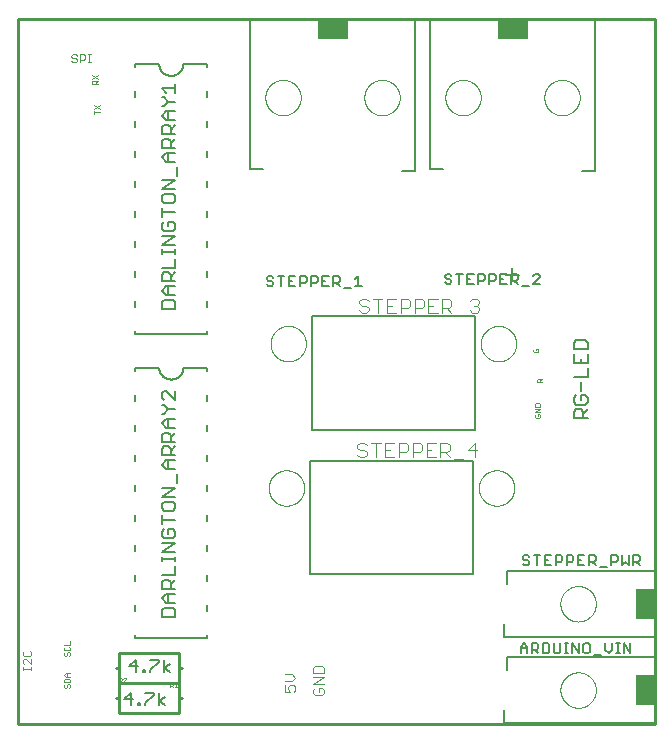
<source format=gto>
G75*
%MOIN*%
%OFA0B0*%
%FSLAX25Y25*%
%IPPOS*%
%LPD*%
%AMOC8*
5,1,8,0,0,1.08239X$1,22.5*
%
%ADD10C,0.00000*%
%ADD11C,0.00600*%
%ADD12C,0.00200*%
%ADD13C,0.01000*%
%ADD14C,0.00300*%
%ADD15C,0.00500*%
%ADD16C,0.00100*%
%ADD17C,0.00800*%
%ADD18R,0.09843X0.05906*%
%ADD19C,0.00700*%
%ADD20R,0.05906X0.09843*%
%ADD21C,0.00400*%
D10*
X0005000Y0005000D02*
X0208701Y0005000D01*
X0185959Y0016250D02*
X0185961Y0016403D01*
X0185967Y0016557D01*
X0185977Y0016710D01*
X0185991Y0016862D01*
X0186009Y0017015D01*
X0186031Y0017166D01*
X0186056Y0017317D01*
X0186086Y0017468D01*
X0186120Y0017618D01*
X0186157Y0017766D01*
X0186198Y0017914D01*
X0186243Y0018060D01*
X0186292Y0018206D01*
X0186345Y0018350D01*
X0186401Y0018492D01*
X0186461Y0018633D01*
X0186525Y0018773D01*
X0186592Y0018911D01*
X0186663Y0019047D01*
X0186738Y0019181D01*
X0186815Y0019313D01*
X0186897Y0019443D01*
X0186981Y0019571D01*
X0187069Y0019697D01*
X0187160Y0019820D01*
X0187254Y0019941D01*
X0187352Y0020059D01*
X0187452Y0020175D01*
X0187556Y0020288D01*
X0187662Y0020399D01*
X0187771Y0020507D01*
X0187883Y0020612D01*
X0187997Y0020713D01*
X0188115Y0020812D01*
X0188234Y0020908D01*
X0188356Y0021001D01*
X0188481Y0021090D01*
X0188608Y0021177D01*
X0188737Y0021259D01*
X0188868Y0021339D01*
X0189001Y0021415D01*
X0189136Y0021488D01*
X0189273Y0021557D01*
X0189412Y0021622D01*
X0189552Y0021684D01*
X0189694Y0021742D01*
X0189837Y0021797D01*
X0189982Y0021848D01*
X0190128Y0021895D01*
X0190275Y0021938D01*
X0190423Y0021977D01*
X0190572Y0022013D01*
X0190722Y0022044D01*
X0190873Y0022072D01*
X0191024Y0022096D01*
X0191177Y0022116D01*
X0191329Y0022132D01*
X0191482Y0022144D01*
X0191635Y0022152D01*
X0191788Y0022156D01*
X0191942Y0022156D01*
X0192095Y0022152D01*
X0192248Y0022144D01*
X0192401Y0022132D01*
X0192553Y0022116D01*
X0192706Y0022096D01*
X0192857Y0022072D01*
X0193008Y0022044D01*
X0193158Y0022013D01*
X0193307Y0021977D01*
X0193455Y0021938D01*
X0193602Y0021895D01*
X0193748Y0021848D01*
X0193893Y0021797D01*
X0194036Y0021742D01*
X0194178Y0021684D01*
X0194318Y0021622D01*
X0194457Y0021557D01*
X0194594Y0021488D01*
X0194729Y0021415D01*
X0194862Y0021339D01*
X0194993Y0021259D01*
X0195122Y0021177D01*
X0195249Y0021090D01*
X0195374Y0021001D01*
X0195496Y0020908D01*
X0195615Y0020812D01*
X0195733Y0020713D01*
X0195847Y0020612D01*
X0195959Y0020507D01*
X0196068Y0020399D01*
X0196174Y0020288D01*
X0196278Y0020175D01*
X0196378Y0020059D01*
X0196476Y0019941D01*
X0196570Y0019820D01*
X0196661Y0019697D01*
X0196749Y0019571D01*
X0196833Y0019443D01*
X0196915Y0019313D01*
X0196992Y0019181D01*
X0197067Y0019047D01*
X0197138Y0018911D01*
X0197205Y0018773D01*
X0197269Y0018633D01*
X0197329Y0018492D01*
X0197385Y0018350D01*
X0197438Y0018206D01*
X0197487Y0018060D01*
X0197532Y0017914D01*
X0197573Y0017766D01*
X0197610Y0017618D01*
X0197644Y0017468D01*
X0197674Y0017317D01*
X0197699Y0017166D01*
X0197721Y0017015D01*
X0197739Y0016862D01*
X0197753Y0016710D01*
X0197763Y0016557D01*
X0197769Y0016403D01*
X0197771Y0016250D01*
X0197769Y0016097D01*
X0197763Y0015943D01*
X0197753Y0015790D01*
X0197739Y0015638D01*
X0197721Y0015485D01*
X0197699Y0015334D01*
X0197674Y0015183D01*
X0197644Y0015032D01*
X0197610Y0014882D01*
X0197573Y0014734D01*
X0197532Y0014586D01*
X0197487Y0014440D01*
X0197438Y0014294D01*
X0197385Y0014150D01*
X0197329Y0014008D01*
X0197269Y0013867D01*
X0197205Y0013727D01*
X0197138Y0013589D01*
X0197067Y0013453D01*
X0196992Y0013319D01*
X0196915Y0013187D01*
X0196833Y0013057D01*
X0196749Y0012929D01*
X0196661Y0012803D01*
X0196570Y0012680D01*
X0196476Y0012559D01*
X0196378Y0012441D01*
X0196278Y0012325D01*
X0196174Y0012212D01*
X0196068Y0012101D01*
X0195959Y0011993D01*
X0195847Y0011888D01*
X0195733Y0011787D01*
X0195615Y0011688D01*
X0195496Y0011592D01*
X0195374Y0011499D01*
X0195249Y0011410D01*
X0195122Y0011323D01*
X0194993Y0011241D01*
X0194862Y0011161D01*
X0194729Y0011085D01*
X0194594Y0011012D01*
X0194457Y0010943D01*
X0194318Y0010878D01*
X0194178Y0010816D01*
X0194036Y0010758D01*
X0193893Y0010703D01*
X0193748Y0010652D01*
X0193602Y0010605D01*
X0193455Y0010562D01*
X0193307Y0010523D01*
X0193158Y0010487D01*
X0193008Y0010456D01*
X0192857Y0010428D01*
X0192706Y0010404D01*
X0192553Y0010384D01*
X0192401Y0010368D01*
X0192248Y0010356D01*
X0192095Y0010348D01*
X0191942Y0010344D01*
X0191788Y0010344D01*
X0191635Y0010348D01*
X0191482Y0010356D01*
X0191329Y0010368D01*
X0191177Y0010384D01*
X0191024Y0010404D01*
X0190873Y0010428D01*
X0190722Y0010456D01*
X0190572Y0010487D01*
X0190423Y0010523D01*
X0190275Y0010562D01*
X0190128Y0010605D01*
X0189982Y0010652D01*
X0189837Y0010703D01*
X0189694Y0010758D01*
X0189552Y0010816D01*
X0189412Y0010878D01*
X0189273Y0010943D01*
X0189136Y0011012D01*
X0189001Y0011085D01*
X0188868Y0011161D01*
X0188737Y0011241D01*
X0188608Y0011323D01*
X0188481Y0011410D01*
X0188356Y0011499D01*
X0188234Y0011592D01*
X0188115Y0011688D01*
X0187997Y0011787D01*
X0187883Y0011888D01*
X0187771Y0011993D01*
X0187662Y0012101D01*
X0187556Y0012212D01*
X0187452Y0012325D01*
X0187352Y0012441D01*
X0187254Y0012559D01*
X0187160Y0012680D01*
X0187069Y0012803D01*
X0186981Y0012929D01*
X0186897Y0013057D01*
X0186815Y0013187D01*
X0186738Y0013319D01*
X0186663Y0013453D01*
X0186592Y0013589D01*
X0186525Y0013727D01*
X0186461Y0013867D01*
X0186401Y0014008D01*
X0186345Y0014150D01*
X0186292Y0014294D01*
X0186243Y0014440D01*
X0186198Y0014586D01*
X0186157Y0014734D01*
X0186120Y0014882D01*
X0186086Y0015032D01*
X0186056Y0015183D01*
X0186031Y0015334D01*
X0186009Y0015485D01*
X0185991Y0015638D01*
X0185977Y0015790D01*
X0185967Y0015943D01*
X0185961Y0016097D01*
X0185959Y0016250D01*
X0185959Y0045000D02*
X0185961Y0045153D01*
X0185967Y0045307D01*
X0185977Y0045460D01*
X0185991Y0045612D01*
X0186009Y0045765D01*
X0186031Y0045916D01*
X0186056Y0046067D01*
X0186086Y0046218D01*
X0186120Y0046368D01*
X0186157Y0046516D01*
X0186198Y0046664D01*
X0186243Y0046810D01*
X0186292Y0046956D01*
X0186345Y0047100D01*
X0186401Y0047242D01*
X0186461Y0047383D01*
X0186525Y0047523D01*
X0186592Y0047661D01*
X0186663Y0047797D01*
X0186738Y0047931D01*
X0186815Y0048063D01*
X0186897Y0048193D01*
X0186981Y0048321D01*
X0187069Y0048447D01*
X0187160Y0048570D01*
X0187254Y0048691D01*
X0187352Y0048809D01*
X0187452Y0048925D01*
X0187556Y0049038D01*
X0187662Y0049149D01*
X0187771Y0049257D01*
X0187883Y0049362D01*
X0187997Y0049463D01*
X0188115Y0049562D01*
X0188234Y0049658D01*
X0188356Y0049751D01*
X0188481Y0049840D01*
X0188608Y0049927D01*
X0188737Y0050009D01*
X0188868Y0050089D01*
X0189001Y0050165D01*
X0189136Y0050238D01*
X0189273Y0050307D01*
X0189412Y0050372D01*
X0189552Y0050434D01*
X0189694Y0050492D01*
X0189837Y0050547D01*
X0189982Y0050598D01*
X0190128Y0050645D01*
X0190275Y0050688D01*
X0190423Y0050727D01*
X0190572Y0050763D01*
X0190722Y0050794D01*
X0190873Y0050822D01*
X0191024Y0050846D01*
X0191177Y0050866D01*
X0191329Y0050882D01*
X0191482Y0050894D01*
X0191635Y0050902D01*
X0191788Y0050906D01*
X0191942Y0050906D01*
X0192095Y0050902D01*
X0192248Y0050894D01*
X0192401Y0050882D01*
X0192553Y0050866D01*
X0192706Y0050846D01*
X0192857Y0050822D01*
X0193008Y0050794D01*
X0193158Y0050763D01*
X0193307Y0050727D01*
X0193455Y0050688D01*
X0193602Y0050645D01*
X0193748Y0050598D01*
X0193893Y0050547D01*
X0194036Y0050492D01*
X0194178Y0050434D01*
X0194318Y0050372D01*
X0194457Y0050307D01*
X0194594Y0050238D01*
X0194729Y0050165D01*
X0194862Y0050089D01*
X0194993Y0050009D01*
X0195122Y0049927D01*
X0195249Y0049840D01*
X0195374Y0049751D01*
X0195496Y0049658D01*
X0195615Y0049562D01*
X0195733Y0049463D01*
X0195847Y0049362D01*
X0195959Y0049257D01*
X0196068Y0049149D01*
X0196174Y0049038D01*
X0196278Y0048925D01*
X0196378Y0048809D01*
X0196476Y0048691D01*
X0196570Y0048570D01*
X0196661Y0048447D01*
X0196749Y0048321D01*
X0196833Y0048193D01*
X0196915Y0048063D01*
X0196992Y0047931D01*
X0197067Y0047797D01*
X0197138Y0047661D01*
X0197205Y0047523D01*
X0197269Y0047383D01*
X0197329Y0047242D01*
X0197385Y0047100D01*
X0197438Y0046956D01*
X0197487Y0046810D01*
X0197532Y0046664D01*
X0197573Y0046516D01*
X0197610Y0046368D01*
X0197644Y0046218D01*
X0197674Y0046067D01*
X0197699Y0045916D01*
X0197721Y0045765D01*
X0197739Y0045612D01*
X0197753Y0045460D01*
X0197763Y0045307D01*
X0197769Y0045153D01*
X0197771Y0045000D01*
X0197769Y0044847D01*
X0197763Y0044693D01*
X0197753Y0044540D01*
X0197739Y0044388D01*
X0197721Y0044235D01*
X0197699Y0044084D01*
X0197674Y0043933D01*
X0197644Y0043782D01*
X0197610Y0043632D01*
X0197573Y0043484D01*
X0197532Y0043336D01*
X0197487Y0043190D01*
X0197438Y0043044D01*
X0197385Y0042900D01*
X0197329Y0042758D01*
X0197269Y0042617D01*
X0197205Y0042477D01*
X0197138Y0042339D01*
X0197067Y0042203D01*
X0196992Y0042069D01*
X0196915Y0041937D01*
X0196833Y0041807D01*
X0196749Y0041679D01*
X0196661Y0041553D01*
X0196570Y0041430D01*
X0196476Y0041309D01*
X0196378Y0041191D01*
X0196278Y0041075D01*
X0196174Y0040962D01*
X0196068Y0040851D01*
X0195959Y0040743D01*
X0195847Y0040638D01*
X0195733Y0040537D01*
X0195615Y0040438D01*
X0195496Y0040342D01*
X0195374Y0040249D01*
X0195249Y0040160D01*
X0195122Y0040073D01*
X0194993Y0039991D01*
X0194862Y0039911D01*
X0194729Y0039835D01*
X0194594Y0039762D01*
X0194457Y0039693D01*
X0194318Y0039628D01*
X0194178Y0039566D01*
X0194036Y0039508D01*
X0193893Y0039453D01*
X0193748Y0039402D01*
X0193602Y0039355D01*
X0193455Y0039312D01*
X0193307Y0039273D01*
X0193158Y0039237D01*
X0193008Y0039206D01*
X0192857Y0039178D01*
X0192706Y0039154D01*
X0192553Y0039134D01*
X0192401Y0039118D01*
X0192248Y0039106D01*
X0192095Y0039098D01*
X0191942Y0039094D01*
X0191788Y0039094D01*
X0191635Y0039098D01*
X0191482Y0039106D01*
X0191329Y0039118D01*
X0191177Y0039134D01*
X0191024Y0039154D01*
X0190873Y0039178D01*
X0190722Y0039206D01*
X0190572Y0039237D01*
X0190423Y0039273D01*
X0190275Y0039312D01*
X0190128Y0039355D01*
X0189982Y0039402D01*
X0189837Y0039453D01*
X0189694Y0039508D01*
X0189552Y0039566D01*
X0189412Y0039628D01*
X0189273Y0039693D01*
X0189136Y0039762D01*
X0189001Y0039835D01*
X0188868Y0039911D01*
X0188737Y0039991D01*
X0188608Y0040073D01*
X0188481Y0040160D01*
X0188356Y0040249D01*
X0188234Y0040342D01*
X0188115Y0040438D01*
X0187997Y0040537D01*
X0187883Y0040638D01*
X0187771Y0040743D01*
X0187662Y0040851D01*
X0187556Y0040962D01*
X0187452Y0041075D01*
X0187352Y0041191D01*
X0187254Y0041309D01*
X0187160Y0041430D01*
X0187069Y0041553D01*
X0186981Y0041679D01*
X0186897Y0041807D01*
X0186815Y0041937D01*
X0186738Y0042069D01*
X0186663Y0042203D01*
X0186592Y0042339D01*
X0186525Y0042477D01*
X0186461Y0042617D01*
X0186401Y0042758D01*
X0186345Y0042900D01*
X0186292Y0043044D01*
X0186243Y0043190D01*
X0186198Y0043336D01*
X0186157Y0043484D01*
X0186120Y0043632D01*
X0186086Y0043782D01*
X0186056Y0043933D01*
X0186031Y0044084D01*
X0186009Y0044235D01*
X0185991Y0044388D01*
X0185977Y0044540D01*
X0185967Y0044693D01*
X0185961Y0044847D01*
X0185959Y0045000D01*
X0158794Y0083593D02*
X0158796Y0083746D01*
X0158802Y0083900D01*
X0158812Y0084053D01*
X0158826Y0084205D01*
X0158844Y0084358D01*
X0158866Y0084509D01*
X0158891Y0084660D01*
X0158921Y0084811D01*
X0158955Y0084961D01*
X0158992Y0085109D01*
X0159033Y0085257D01*
X0159078Y0085403D01*
X0159127Y0085549D01*
X0159180Y0085693D01*
X0159236Y0085835D01*
X0159296Y0085976D01*
X0159360Y0086116D01*
X0159427Y0086254D01*
X0159498Y0086390D01*
X0159573Y0086524D01*
X0159650Y0086656D01*
X0159732Y0086786D01*
X0159816Y0086914D01*
X0159904Y0087040D01*
X0159995Y0087163D01*
X0160089Y0087284D01*
X0160187Y0087402D01*
X0160287Y0087518D01*
X0160391Y0087631D01*
X0160497Y0087742D01*
X0160606Y0087850D01*
X0160718Y0087955D01*
X0160832Y0088056D01*
X0160950Y0088155D01*
X0161069Y0088251D01*
X0161191Y0088344D01*
X0161316Y0088433D01*
X0161443Y0088520D01*
X0161572Y0088602D01*
X0161703Y0088682D01*
X0161836Y0088758D01*
X0161971Y0088831D01*
X0162108Y0088900D01*
X0162247Y0088965D01*
X0162387Y0089027D01*
X0162529Y0089085D01*
X0162672Y0089140D01*
X0162817Y0089191D01*
X0162963Y0089238D01*
X0163110Y0089281D01*
X0163258Y0089320D01*
X0163407Y0089356D01*
X0163557Y0089387D01*
X0163708Y0089415D01*
X0163859Y0089439D01*
X0164012Y0089459D01*
X0164164Y0089475D01*
X0164317Y0089487D01*
X0164470Y0089495D01*
X0164623Y0089499D01*
X0164777Y0089499D01*
X0164930Y0089495D01*
X0165083Y0089487D01*
X0165236Y0089475D01*
X0165388Y0089459D01*
X0165541Y0089439D01*
X0165692Y0089415D01*
X0165843Y0089387D01*
X0165993Y0089356D01*
X0166142Y0089320D01*
X0166290Y0089281D01*
X0166437Y0089238D01*
X0166583Y0089191D01*
X0166728Y0089140D01*
X0166871Y0089085D01*
X0167013Y0089027D01*
X0167153Y0088965D01*
X0167292Y0088900D01*
X0167429Y0088831D01*
X0167564Y0088758D01*
X0167697Y0088682D01*
X0167828Y0088602D01*
X0167957Y0088520D01*
X0168084Y0088433D01*
X0168209Y0088344D01*
X0168331Y0088251D01*
X0168450Y0088155D01*
X0168568Y0088056D01*
X0168682Y0087955D01*
X0168794Y0087850D01*
X0168903Y0087742D01*
X0169009Y0087631D01*
X0169113Y0087518D01*
X0169213Y0087402D01*
X0169311Y0087284D01*
X0169405Y0087163D01*
X0169496Y0087040D01*
X0169584Y0086914D01*
X0169668Y0086786D01*
X0169750Y0086656D01*
X0169827Y0086524D01*
X0169902Y0086390D01*
X0169973Y0086254D01*
X0170040Y0086116D01*
X0170104Y0085976D01*
X0170164Y0085835D01*
X0170220Y0085693D01*
X0170273Y0085549D01*
X0170322Y0085403D01*
X0170367Y0085257D01*
X0170408Y0085109D01*
X0170445Y0084961D01*
X0170479Y0084811D01*
X0170509Y0084660D01*
X0170534Y0084509D01*
X0170556Y0084358D01*
X0170574Y0084205D01*
X0170588Y0084053D01*
X0170598Y0083900D01*
X0170604Y0083746D01*
X0170606Y0083593D01*
X0170604Y0083440D01*
X0170598Y0083286D01*
X0170588Y0083133D01*
X0170574Y0082981D01*
X0170556Y0082828D01*
X0170534Y0082677D01*
X0170509Y0082526D01*
X0170479Y0082375D01*
X0170445Y0082225D01*
X0170408Y0082077D01*
X0170367Y0081929D01*
X0170322Y0081783D01*
X0170273Y0081637D01*
X0170220Y0081493D01*
X0170164Y0081351D01*
X0170104Y0081210D01*
X0170040Y0081070D01*
X0169973Y0080932D01*
X0169902Y0080796D01*
X0169827Y0080662D01*
X0169750Y0080530D01*
X0169668Y0080400D01*
X0169584Y0080272D01*
X0169496Y0080146D01*
X0169405Y0080023D01*
X0169311Y0079902D01*
X0169213Y0079784D01*
X0169113Y0079668D01*
X0169009Y0079555D01*
X0168903Y0079444D01*
X0168794Y0079336D01*
X0168682Y0079231D01*
X0168568Y0079130D01*
X0168450Y0079031D01*
X0168331Y0078935D01*
X0168209Y0078842D01*
X0168084Y0078753D01*
X0167957Y0078666D01*
X0167828Y0078584D01*
X0167697Y0078504D01*
X0167564Y0078428D01*
X0167429Y0078355D01*
X0167292Y0078286D01*
X0167153Y0078221D01*
X0167013Y0078159D01*
X0166871Y0078101D01*
X0166728Y0078046D01*
X0166583Y0077995D01*
X0166437Y0077948D01*
X0166290Y0077905D01*
X0166142Y0077866D01*
X0165993Y0077830D01*
X0165843Y0077799D01*
X0165692Y0077771D01*
X0165541Y0077747D01*
X0165388Y0077727D01*
X0165236Y0077711D01*
X0165083Y0077699D01*
X0164930Y0077691D01*
X0164777Y0077687D01*
X0164623Y0077687D01*
X0164470Y0077691D01*
X0164317Y0077699D01*
X0164164Y0077711D01*
X0164012Y0077727D01*
X0163859Y0077747D01*
X0163708Y0077771D01*
X0163557Y0077799D01*
X0163407Y0077830D01*
X0163258Y0077866D01*
X0163110Y0077905D01*
X0162963Y0077948D01*
X0162817Y0077995D01*
X0162672Y0078046D01*
X0162529Y0078101D01*
X0162387Y0078159D01*
X0162247Y0078221D01*
X0162108Y0078286D01*
X0161971Y0078355D01*
X0161836Y0078428D01*
X0161703Y0078504D01*
X0161572Y0078584D01*
X0161443Y0078666D01*
X0161316Y0078753D01*
X0161191Y0078842D01*
X0161069Y0078935D01*
X0160950Y0079031D01*
X0160832Y0079130D01*
X0160718Y0079231D01*
X0160606Y0079336D01*
X0160497Y0079444D01*
X0160391Y0079555D01*
X0160287Y0079668D01*
X0160187Y0079784D01*
X0160089Y0079902D01*
X0159995Y0080023D01*
X0159904Y0080146D01*
X0159816Y0080272D01*
X0159732Y0080400D01*
X0159650Y0080530D01*
X0159573Y0080662D01*
X0159498Y0080796D01*
X0159427Y0080932D01*
X0159360Y0081070D01*
X0159296Y0081210D01*
X0159236Y0081351D01*
X0159180Y0081493D01*
X0159127Y0081637D01*
X0159078Y0081783D01*
X0159033Y0081929D01*
X0158992Y0082077D01*
X0158955Y0082225D01*
X0158921Y0082375D01*
X0158891Y0082526D01*
X0158866Y0082677D01*
X0158844Y0082828D01*
X0158826Y0082981D01*
X0158812Y0083133D01*
X0158802Y0083286D01*
X0158796Y0083440D01*
X0158794Y0083593D01*
X0159419Y0131718D02*
X0159421Y0131871D01*
X0159427Y0132025D01*
X0159437Y0132178D01*
X0159451Y0132330D01*
X0159469Y0132483D01*
X0159491Y0132634D01*
X0159516Y0132785D01*
X0159546Y0132936D01*
X0159580Y0133086D01*
X0159617Y0133234D01*
X0159658Y0133382D01*
X0159703Y0133528D01*
X0159752Y0133674D01*
X0159805Y0133818D01*
X0159861Y0133960D01*
X0159921Y0134101D01*
X0159985Y0134241D01*
X0160052Y0134379D01*
X0160123Y0134515D01*
X0160198Y0134649D01*
X0160275Y0134781D01*
X0160357Y0134911D01*
X0160441Y0135039D01*
X0160529Y0135165D01*
X0160620Y0135288D01*
X0160714Y0135409D01*
X0160812Y0135527D01*
X0160912Y0135643D01*
X0161016Y0135756D01*
X0161122Y0135867D01*
X0161231Y0135975D01*
X0161343Y0136080D01*
X0161457Y0136181D01*
X0161575Y0136280D01*
X0161694Y0136376D01*
X0161816Y0136469D01*
X0161941Y0136558D01*
X0162068Y0136645D01*
X0162197Y0136727D01*
X0162328Y0136807D01*
X0162461Y0136883D01*
X0162596Y0136956D01*
X0162733Y0137025D01*
X0162872Y0137090D01*
X0163012Y0137152D01*
X0163154Y0137210D01*
X0163297Y0137265D01*
X0163442Y0137316D01*
X0163588Y0137363D01*
X0163735Y0137406D01*
X0163883Y0137445D01*
X0164032Y0137481D01*
X0164182Y0137512D01*
X0164333Y0137540D01*
X0164484Y0137564D01*
X0164637Y0137584D01*
X0164789Y0137600D01*
X0164942Y0137612D01*
X0165095Y0137620D01*
X0165248Y0137624D01*
X0165402Y0137624D01*
X0165555Y0137620D01*
X0165708Y0137612D01*
X0165861Y0137600D01*
X0166013Y0137584D01*
X0166166Y0137564D01*
X0166317Y0137540D01*
X0166468Y0137512D01*
X0166618Y0137481D01*
X0166767Y0137445D01*
X0166915Y0137406D01*
X0167062Y0137363D01*
X0167208Y0137316D01*
X0167353Y0137265D01*
X0167496Y0137210D01*
X0167638Y0137152D01*
X0167778Y0137090D01*
X0167917Y0137025D01*
X0168054Y0136956D01*
X0168189Y0136883D01*
X0168322Y0136807D01*
X0168453Y0136727D01*
X0168582Y0136645D01*
X0168709Y0136558D01*
X0168834Y0136469D01*
X0168956Y0136376D01*
X0169075Y0136280D01*
X0169193Y0136181D01*
X0169307Y0136080D01*
X0169419Y0135975D01*
X0169528Y0135867D01*
X0169634Y0135756D01*
X0169738Y0135643D01*
X0169838Y0135527D01*
X0169936Y0135409D01*
X0170030Y0135288D01*
X0170121Y0135165D01*
X0170209Y0135039D01*
X0170293Y0134911D01*
X0170375Y0134781D01*
X0170452Y0134649D01*
X0170527Y0134515D01*
X0170598Y0134379D01*
X0170665Y0134241D01*
X0170729Y0134101D01*
X0170789Y0133960D01*
X0170845Y0133818D01*
X0170898Y0133674D01*
X0170947Y0133528D01*
X0170992Y0133382D01*
X0171033Y0133234D01*
X0171070Y0133086D01*
X0171104Y0132936D01*
X0171134Y0132785D01*
X0171159Y0132634D01*
X0171181Y0132483D01*
X0171199Y0132330D01*
X0171213Y0132178D01*
X0171223Y0132025D01*
X0171229Y0131871D01*
X0171231Y0131718D01*
X0171229Y0131565D01*
X0171223Y0131411D01*
X0171213Y0131258D01*
X0171199Y0131106D01*
X0171181Y0130953D01*
X0171159Y0130802D01*
X0171134Y0130651D01*
X0171104Y0130500D01*
X0171070Y0130350D01*
X0171033Y0130202D01*
X0170992Y0130054D01*
X0170947Y0129908D01*
X0170898Y0129762D01*
X0170845Y0129618D01*
X0170789Y0129476D01*
X0170729Y0129335D01*
X0170665Y0129195D01*
X0170598Y0129057D01*
X0170527Y0128921D01*
X0170452Y0128787D01*
X0170375Y0128655D01*
X0170293Y0128525D01*
X0170209Y0128397D01*
X0170121Y0128271D01*
X0170030Y0128148D01*
X0169936Y0128027D01*
X0169838Y0127909D01*
X0169738Y0127793D01*
X0169634Y0127680D01*
X0169528Y0127569D01*
X0169419Y0127461D01*
X0169307Y0127356D01*
X0169193Y0127255D01*
X0169075Y0127156D01*
X0168956Y0127060D01*
X0168834Y0126967D01*
X0168709Y0126878D01*
X0168582Y0126791D01*
X0168453Y0126709D01*
X0168322Y0126629D01*
X0168189Y0126553D01*
X0168054Y0126480D01*
X0167917Y0126411D01*
X0167778Y0126346D01*
X0167638Y0126284D01*
X0167496Y0126226D01*
X0167353Y0126171D01*
X0167208Y0126120D01*
X0167062Y0126073D01*
X0166915Y0126030D01*
X0166767Y0125991D01*
X0166618Y0125955D01*
X0166468Y0125924D01*
X0166317Y0125896D01*
X0166166Y0125872D01*
X0166013Y0125852D01*
X0165861Y0125836D01*
X0165708Y0125824D01*
X0165555Y0125816D01*
X0165402Y0125812D01*
X0165248Y0125812D01*
X0165095Y0125816D01*
X0164942Y0125824D01*
X0164789Y0125836D01*
X0164637Y0125852D01*
X0164484Y0125872D01*
X0164333Y0125896D01*
X0164182Y0125924D01*
X0164032Y0125955D01*
X0163883Y0125991D01*
X0163735Y0126030D01*
X0163588Y0126073D01*
X0163442Y0126120D01*
X0163297Y0126171D01*
X0163154Y0126226D01*
X0163012Y0126284D01*
X0162872Y0126346D01*
X0162733Y0126411D01*
X0162596Y0126480D01*
X0162461Y0126553D01*
X0162328Y0126629D01*
X0162197Y0126709D01*
X0162068Y0126791D01*
X0161941Y0126878D01*
X0161816Y0126967D01*
X0161694Y0127060D01*
X0161575Y0127156D01*
X0161457Y0127255D01*
X0161343Y0127356D01*
X0161231Y0127461D01*
X0161122Y0127569D01*
X0161016Y0127680D01*
X0160912Y0127793D01*
X0160812Y0127909D01*
X0160714Y0128027D01*
X0160620Y0128148D01*
X0160529Y0128271D01*
X0160441Y0128397D01*
X0160357Y0128525D01*
X0160275Y0128655D01*
X0160198Y0128787D01*
X0160123Y0128921D01*
X0160052Y0129057D01*
X0159985Y0129195D01*
X0159921Y0129335D01*
X0159861Y0129476D01*
X0159805Y0129618D01*
X0159752Y0129762D01*
X0159703Y0129908D01*
X0159658Y0130054D01*
X0159617Y0130202D01*
X0159580Y0130350D01*
X0159546Y0130500D01*
X0159516Y0130651D01*
X0159491Y0130802D01*
X0159469Y0130953D01*
X0159451Y0131106D01*
X0159437Y0131258D01*
X0159427Y0131411D01*
X0159421Y0131565D01*
X0159419Y0131718D01*
X0089340Y0131718D02*
X0089342Y0131871D01*
X0089348Y0132025D01*
X0089358Y0132178D01*
X0089372Y0132330D01*
X0089390Y0132483D01*
X0089412Y0132634D01*
X0089437Y0132785D01*
X0089467Y0132936D01*
X0089501Y0133086D01*
X0089538Y0133234D01*
X0089579Y0133382D01*
X0089624Y0133528D01*
X0089673Y0133674D01*
X0089726Y0133818D01*
X0089782Y0133960D01*
X0089842Y0134101D01*
X0089906Y0134241D01*
X0089973Y0134379D01*
X0090044Y0134515D01*
X0090119Y0134649D01*
X0090196Y0134781D01*
X0090278Y0134911D01*
X0090362Y0135039D01*
X0090450Y0135165D01*
X0090541Y0135288D01*
X0090635Y0135409D01*
X0090733Y0135527D01*
X0090833Y0135643D01*
X0090937Y0135756D01*
X0091043Y0135867D01*
X0091152Y0135975D01*
X0091264Y0136080D01*
X0091378Y0136181D01*
X0091496Y0136280D01*
X0091615Y0136376D01*
X0091737Y0136469D01*
X0091862Y0136558D01*
X0091989Y0136645D01*
X0092118Y0136727D01*
X0092249Y0136807D01*
X0092382Y0136883D01*
X0092517Y0136956D01*
X0092654Y0137025D01*
X0092793Y0137090D01*
X0092933Y0137152D01*
X0093075Y0137210D01*
X0093218Y0137265D01*
X0093363Y0137316D01*
X0093509Y0137363D01*
X0093656Y0137406D01*
X0093804Y0137445D01*
X0093953Y0137481D01*
X0094103Y0137512D01*
X0094254Y0137540D01*
X0094405Y0137564D01*
X0094558Y0137584D01*
X0094710Y0137600D01*
X0094863Y0137612D01*
X0095016Y0137620D01*
X0095169Y0137624D01*
X0095323Y0137624D01*
X0095476Y0137620D01*
X0095629Y0137612D01*
X0095782Y0137600D01*
X0095934Y0137584D01*
X0096087Y0137564D01*
X0096238Y0137540D01*
X0096389Y0137512D01*
X0096539Y0137481D01*
X0096688Y0137445D01*
X0096836Y0137406D01*
X0096983Y0137363D01*
X0097129Y0137316D01*
X0097274Y0137265D01*
X0097417Y0137210D01*
X0097559Y0137152D01*
X0097699Y0137090D01*
X0097838Y0137025D01*
X0097975Y0136956D01*
X0098110Y0136883D01*
X0098243Y0136807D01*
X0098374Y0136727D01*
X0098503Y0136645D01*
X0098630Y0136558D01*
X0098755Y0136469D01*
X0098877Y0136376D01*
X0098996Y0136280D01*
X0099114Y0136181D01*
X0099228Y0136080D01*
X0099340Y0135975D01*
X0099449Y0135867D01*
X0099555Y0135756D01*
X0099659Y0135643D01*
X0099759Y0135527D01*
X0099857Y0135409D01*
X0099951Y0135288D01*
X0100042Y0135165D01*
X0100130Y0135039D01*
X0100214Y0134911D01*
X0100296Y0134781D01*
X0100373Y0134649D01*
X0100448Y0134515D01*
X0100519Y0134379D01*
X0100586Y0134241D01*
X0100650Y0134101D01*
X0100710Y0133960D01*
X0100766Y0133818D01*
X0100819Y0133674D01*
X0100868Y0133528D01*
X0100913Y0133382D01*
X0100954Y0133234D01*
X0100991Y0133086D01*
X0101025Y0132936D01*
X0101055Y0132785D01*
X0101080Y0132634D01*
X0101102Y0132483D01*
X0101120Y0132330D01*
X0101134Y0132178D01*
X0101144Y0132025D01*
X0101150Y0131871D01*
X0101152Y0131718D01*
X0101150Y0131565D01*
X0101144Y0131411D01*
X0101134Y0131258D01*
X0101120Y0131106D01*
X0101102Y0130953D01*
X0101080Y0130802D01*
X0101055Y0130651D01*
X0101025Y0130500D01*
X0100991Y0130350D01*
X0100954Y0130202D01*
X0100913Y0130054D01*
X0100868Y0129908D01*
X0100819Y0129762D01*
X0100766Y0129618D01*
X0100710Y0129476D01*
X0100650Y0129335D01*
X0100586Y0129195D01*
X0100519Y0129057D01*
X0100448Y0128921D01*
X0100373Y0128787D01*
X0100296Y0128655D01*
X0100214Y0128525D01*
X0100130Y0128397D01*
X0100042Y0128271D01*
X0099951Y0128148D01*
X0099857Y0128027D01*
X0099759Y0127909D01*
X0099659Y0127793D01*
X0099555Y0127680D01*
X0099449Y0127569D01*
X0099340Y0127461D01*
X0099228Y0127356D01*
X0099114Y0127255D01*
X0098996Y0127156D01*
X0098877Y0127060D01*
X0098755Y0126967D01*
X0098630Y0126878D01*
X0098503Y0126791D01*
X0098374Y0126709D01*
X0098243Y0126629D01*
X0098110Y0126553D01*
X0097975Y0126480D01*
X0097838Y0126411D01*
X0097699Y0126346D01*
X0097559Y0126284D01*
X0097417Y0126226D01*
X0097274Y0126171D01*
X0097129Y0126120D01*
X0096983Y0126073D01*
X0096836Y0126030D01*
X0096688Y0125991D01*
X0096539Y0125955D01*
X0096389Y0125924D01*
X0096238Y0125896D01*
X0096087Y0125872D01*
X0095934Y0125852D01*
X0095782Y0125836D01*
X0095629Y0125824D01*
X0095476Y0125816D01*
X0095323Y0125812D01*
X0095169Y0125812D01*
X0095016Y0125816D01*
X0094863Y0125824D01*
X0094710Y0125836D01*
X0094558Y0125852D01*
X0094405Y0125872D01*
X0094254Y0125896D01*
X0094103Y0125924D01*
X0093953Y0125955D01*
X0093804Y0125991D01*
X0093656Y0126030D01*
X0093509Y0126073D01*
X0093363Y0126120D01*
X0093218Y0126171D01*
X0093075Y0126226D01*
X0092933Y0126284D01*
X0092793Y0126346D01*
X0092654Y0126411D01*
X0092517Y0126480D01*
X0092382Y0126553D01*
X0092249Y0126629D01*
X0092118Y0126709D01*
X0091989Y0126791D01*
X0091862Y0126878D01*
X0091737Y0126967D01*
X0091615Y0127060D01*
X0091496Y0127156D01*
X0091378Y0127255D01*
X0091264Y0127356D01*
X0091152Y0127461D01*
X0091043Y0127569D01*
X0090937Y0127680D01*
X0090833Y0127793D01*
X0090733Y0127909D01*
X0090635Y0128027D01*
X0090541Y0128148D01*
X0090450Y0128271D01*
X0090362Y0128397D01*
X0090278Y0128525D01*
X0090196Y0128655D01*
X0090119Y0128787D01*
X0090044Y0128921D01*
X0089973Y0129057D01*
X0089906Y0129195D01*
X0089842Y0129335D01*
X0089782Y0129476D01*
X0089726Y0129618D01*
X0089673Y0129762D01*
X0089624Y0129908D01*
X0089579Y0130054D01*
X0089538Y0130202D01*
X0089501Y0130350D01*
X0089467Y0130500D01*
X0089437Y0130651D01*
X0089412Y0130802D01*
X0089390Y0130953D01*
X0089372Y0131106D01*
X0089358Y0131258D01*
X0089348Y0131411D01*
X0089342Y0131565D01*
X0089340Y0131718D01*
X0088715Y0083593D02*
X0088717Y0083746D01*
X0088723Y0083900D01*
X0088733Y0084053D01*
X0088747Y0084205D01*
X0088765Y0084358D01*
X0088787Y0084509D01*
X0088812Y0084660D01*
X0088842Y0084811D01*
X0088876Y0084961D01*
X0088913Y0085109D01*
X0088954Y0085257D01*
X0088999Y0085403D01*
X0089048Y0085549D01*
X0089101Y0085693D01*
X0089157Y0085835D01*
X0089217Y0085976D01*
X0089281Y0086116D01*
X0089348Y0086254D01*
X0089419Y0086390D01*
X0089494Y0086524D01*
X0089571Y0086656D01*
X0089653Y0086786D01*
X0089737Y0086914D01*
X0089825Y0087040D01*
X0089916Y0087163D01*
X0090010Y0087284D01*
X0090108Y0087402D01*
X0090208Y0087518D01*
X0090312Y0087631D01*
X0090418Y0087742D01*
X0090527Y0087850D01*
X0090639Y0087955D01*
X0090753Y0088056D01*
X0090871Y0088155D01*
X0090990Y0088251D01*
X0091112Y0088344D01*
X0091237Y0088433D01*
X0091364Y0088520D01*
X0091493Y0088602D01*
X0091624Y0088682D01*
X0091757Y0088758D01*
X0091892Y0088831D01*
X0092029Y0088900D01*
X0092168Y0088965D01*
X0092308Y0089027D01*
X0092450Y0089085D01*
X0092593Y0089140D01*
X0092738Y0089191D01*
X0092884Y0089238D01*
X0093031Y0089281D01*
X0093179Y0089320D01*
X0093328Y0089356D01*
X0093478Y0089387D01*
X0093629Y0089415D01*
X0093780Y0089439D01*
X0093933Y0089459D01*
X0094085Y0089475D01*
X0094238Y0089487D01*
X0094391Y0089495D01*
X0094544Y0089499D01*
X0094698Y0089499D01*
X0094851Y0089495D01*
X0095004Y0089487D01*
X0095157Y0089475D01*
X0095309Y0089459D01*
X0095462Y0089439D01*
X0095613Y0089415D01*
X0095764Y0089387D01*
X0095914Y0089356D01*
X0096063Y0089320D01*
X0096211Y0089281D01*
X0096358Y0089238D01*
X0096504Y0089191D01*
X0096649Y0089140D01*
X0096792Y0089085D01*
X0096934Y0089027D01*
X0097074Y0088965D01*
X0097213Y0088900D01*
X0097350Y0088831D01*
X0097485Y0088758D01*
X0097618Y0088682D01*
X0097749Y0088602D01*
X0097878Y0088520D01*
X0098005Y0088433D01*
X0098130Y0088344D01*
X0098252Y0088251D01*
X0098371Y0088155D01*
X0098489Y0088056D01*
X0098603Y0087955D01*
X0098715Y0087850D01*
X0098824Y0087742D01*
X0098930Y0087631D01*
X0099034Y0087518D01*
X0099134Y0087402D01*
X0099232Y0087284D01*
X0099326Y0087163D01*
X0099417Y0087040D01*
X0099505Y0086914D01*
X0099589Y0086786D01*
X0099671Y0086656D01*
X0099748Y0086524D01*
X0099823Y0086390D01*
X0099894Y0086254D01*
X0099961Y0086116D01*
X0100025Y0085976D01*
X0100085Y0085835D01*
X0100141Y0085693D01*
X0100194Y0085549D01*
X0100243Y0085403D01*
X0100288Y0085257D01*
X0100329Y0085109D01*
X0100366Y0084961D01*
X0100400Y0084811D01*
X0100430Y0084660D01*
X0100455Y0084509D01*
X0100477Y0084358D01*
X0100495Y0084205D01*
X0100509Y0084053D01*
X0100519Y0083900D01*
X0100525Y0083746D01*
X0100527Y0083593D01*
X0100525Y0083440D01*
X0100519Y0083286D01*
X0100509Y0083133D01*
X0100495Y0082981D01*
X0100477Y0082828D01*
X0100455Y0082677D01*
X0100430Y0082526D01*
X0100400Y0082375D01*
X0100366Y0082225D01*
X0100329Y0082077D01*
X0100288Y0081929D01*
X0100243Y0081783D01*
X0100194Y0081637D01*
X0100141Y0081493D01*
X0100085Y0081351D01*
X0100025Y0081210D01*
X0099961Y0081070D01*
X0099894Y0080932D01*
X0099823Y0080796D01*
X0099748Y0080662D01*
X0099671Y0080530D01*
X0099589Y0080400D01*
X0099505Y0080272D01*
X0099417Y0080146D01*
X0099326Y0080023D01*
X0099232Y0079902D01*
X0099134Y0079784D01*
X0099034Y0079668D01*
X0098930Y0079555D01*
X0098824Y0079444D01*
X0098715Y0079336D01*
X0098603Y0079231D01*
X0098489Y0079130D01*
X0098371Y0079031D01*
X0098252Y0078935D01*
X0098130Y0078842D01*
X0098005Y0078753D01*
X0097878Y0078666D01*
X0097749Y0078584D01*
X0097618Y0078504D01*
X0097485Y0078428D01*
X0097350Y0078355D01*
X0097213Y0078286D01*
X0097074Y0078221D01*
X0096934Y0078159D01*
X0096792Y0078101D01*
X0096649Y0078046D01*
X0096504Y0077995D01*
X0096358Y0077948D01*
X0096211Y0077905D01*
X0096063Y0077866D01*
X0095914Y0077830D01*
X0095764Y0077799D01*
X0095613Y0077771D01*
X0095462Y0077747D01*
X0095309Y0077727D01*
X0095157Y0077711D01*
X0095004Y0077699D01*
X0094851Y0077691D01*
X0094698Y0077687D01*
X0094544Y0077687D01*
X0094391Y0077691D01*
X0094238Y0077699D01*
X0094085Y0077711D01*
X0093933Y0077727D01*
X0093780Y0077747D01*
X0093629Y0077771D01*
X0093478Y0077799D01*
X0093328Y0077830D01*
X0093179Y0077866D01*
X0093031Y0077905D01*
X0092884Y0077948D01*
X0092738Y0077995D01*
X0092593Y0078046D01*
X0092450Y0078101D01*
X0092308Y0078159D01*
X0092168Y0078221D01*
X0092029Y0078286D01*
X0091892Y0078355D01*
X0091757Y0078428D01*
X0091624Y0078504D01*
X0091493Y0078584D01*
X0091364Y0078666D01*
X0091237Y0078753D01*
X0091112Y0078842D01*
X0090990Y0078935D01*
X0090871Y0079031D01*
X0090753Y0079130D01*
X0090639Y0079231D01*
X0090527Y0079336D01*
X0090418Y0079444D01*
X0090312Y0079555D01*
X0090208Y0079668D01*
X0090108Y0079784D01*
X0090010Y0079902D01*
X0089916Y0080023D01*
X0089825Y0080146D01*
X0089737Y0080272D01*
X0089653Y0080400D01*
X0089571Y0080530D01*
X0089494Y0080662D01*
X0089419Y0080796D01*
X0089348Y0080932D01*
X0089281Y0081070D01*
X0089217Y0081210D01*
X0089157Y0081351D01*
X0089101Y0081493D01*
X0089048Y0081637D01*
X0088999Y0081783D01*
X0088954Y0081929D01*
X0088913Y0082077D01*
X0088876Y0082225D01*
X0088842Y0082375D01*
X0088812Y0082526D01*
X0088787Y0082677D01*
X0088765Y0082828D01*
X0088747Y0082981D01*
X0088733Y0083133D01*
X0088723Y0083286D01*
X0088717Y0083440D01*
X0088715Y0083593D01*
X0087594Y0213740D02*
X0087596Y0213893D01*
X0087602Y0214047D01*
X0087612Y0214200D01*
X0087626Y0214352D01*
X0087644Y0214505D01*
X0087666Y0214656D01*
X0087691Y0214807D01*
X0087721Y0214958D01*
X0087755Y0215108D01*
X0087792Y0215256D01*
X0087833Y0215404D01*
X0087878Y0215550D01*
X0087927Y0215696D01*
X0087980Y0215840D01*
X0088036Y0215982D01*
X0088096Y0216123D01*
X0088160Y0216263D01*
X0088227Y0216401D01*
X0088298Y0216537D01*
X0088373Y0216671D01*
X0088450Y0216803D01*
X0088532Y0216933D01*
X0088616Y0217061D01*
X0088704Y0217187D01*
X0088795Y0217310D01*
X0088889Y0217431D01*
X0088987Y0217549D01*
X0089087Y0217665D01*
X0089191Y0217778D01*
X0089297Y0217889D01*
X0089406Y0217997D01*
X0089518Y0218102D01*
X0089632Y0218203D01*
X0089750Y0218302D01*
X0089869Y0218398D01*
X0089991Y0218491D01*
X0090116Y0218580D01*
X0090243Y0218667D01*
X0090372Y0218749D01*
X0090503Y0218829D01*
X0090636Y0218905D01*
X0090771Y0218978D01*
X0090908Y0219047D01*
X0091047Y0219112D01*
X0091187Y0219174D01*
X0091329Y0219232D01*
X0091472Y0219287D01*
X0091617Y0219338D01*
X0091763Y0219385D01*
X0091910Y0219428D01*
X0092058Y0219467D01*
X0092207Y0219503D01*
X0092357Y0219534D01*
X0092508Y0219562D01*
X0092659Y0219586D01*
X0092812Y0219606D01*
X0092964Y0219622D01*
X0093117Y0219634D01*
X0093270Y0219642D01*
X0093423Y0219646D01*
X0093577Y0219646D01*
X0093730Y0219642D01*
X0093883Y0219634D01*
X0094036Y0219622D01*
X0094188Y0219606D01*
X0094341Y0219586D01*
X0094492Y0219562D01*
X0094643Y0219534D01*
X0094793Y0219503D01*
X0094942Y0219467D01*
X0095090Y0219428D01*
X0095237Y0219385D01*
X0095383Y0219338D01*
X0095528Y0219287D01*
X0095671Y0219232D01*
X0095813Y0219174D01*
X0095953Y0219112D01*
X0096092Y0219047D01*
X0096229Y0218978D01*
X0096364Y0218905D01*
X0096497Y0218829D01*
X0096628Y0218749D01*
X0096757Y0218667D01*
X0096884Y0218580D01*
X0097009Y0218491D01*
X0097131Y0218398D01*
X0097250Y0218302D01*
X0097368Y0218203D01*
X0097482Y0218102D01*
X0097594Y0217997D01*
X0097703Y0217889D01*
X0097809Y0217778D01*
X0097913Y0217665D01*
X0098013Y0217549D01*
X0098111Y0217431D01*
X0098205Y0217310D01*
X0098296Y0217187D01*
X0098384Y0217061D01*
X0098468Y0216933D01*
X0098550Y0216803D01*
X0098627Y0216671D01*
X0098702Y0216537D01*
X0098773Y0216401D01*
X0098840Y0216263D01*
X0098904Y0216123D01*
X0098964Y0215982D01*
X0099020Y0215840D01*
X0099073Y0215696D01*
X0099122Y0215550D01*
X0099167Y0215404D01*
X0099208Y0215256D01*
X0099245Y0215108D01*
X0099279Y0214958D01*
X0099309Y0214807D01*
X0099334Y0214656D01*
X0099356Y0214505D01*
X0099374Y0214352D01*
X0099388Y0214200D01*
X0099398Y0214047D01*
X0099404Y0213893D01*
X0099406Y0213740D01*
X0099404Y0213587D01*
X0099398Y0213433D01*
X0099388Y0213280D01*
X0099374Y0213128D01*
X0099356Y0212975D01*
X0099334Y0212824D01*
X0099309Y0212673D01*
X0099279Y0212522D01*
X0099245Y0212372D01*
X0099208Y0212224D01*
X0099167Y0212076D01*
X0099122Y0211930D01*
X0099073Y0211784D01*
X0099020Y0211640D01*
X0098964Y0211498D01*
X0098904Y0211357D01*
X0098840Y0211217D01*
X0098773Y0211079D01*
X0098702Y0210943D01*
X0098627Y0210809D01*
X0098550Y0210677D01*
X0098468Y0210547D01*
X0098384Y0210419D01*
X0098296Y0210293D01*
X0098205Y0210170D01*
X0098111Y0210049D01*
X0098013Y0209931D01*
X0097913Y0209815D01*
X0097809Y0209702D01*
X0097703Y0209591D01*
X0097594Y0209483D01*
X0097482Y0209378D01*
X0097368Y0209277D01*
X0097250Y0209178D01*
X0097131Y0209082D01*
X0097009Y0208989D01*
X0096884Y0208900D01*
X0096757Y0208813D01*
X0096628Y0208731D01*
X0096497Y0208651D01*
X0096364Y0208575D01*
X0096229Y0208502D01*
X0096092Y0208433D01*
X0095953Y0208368D01*
X0095813Y0208306D01*
X0095671Y0208248D01*
X0095528Y0208193D01*
X0095383Y0208142D01*
X0095237Y0208095D01*
X0095090Y0208052D01*
X0094942Y0208013D01*
X0094793Y0207977D01*
X0094643Y0207946D01*
X0094492Y0207918D01*
X0094341Y0207894D01*
X0094188Y0207874D01*
X0094036Y0207858D01*
X0093883Y0207846D01*
X0093730Y0207838D01*
X0093577Y0207834D01*
X0093423Y0207834D01*
X0093270Y0207838D01*
X0093117Y0207846D01*
X0092964Y0207858D01*
X0092812Y0207874D01*
X0092659Y0207894D01*
X0092508Y0207918D01*
X0092357Y0207946D01*
X0092207Y0207977D01*
X0092058Y0208013D01*
X0091910Y0208052D01*
X0091763Y0208095D01*
X0091617Y0208142D01*
X0091472Y0208193D01*
X0091329Y0208248D01*
X0091187Y0208306D01*
X0091047Y0208368D01*
X0090908Y0208433D01*
X0090771Y0208502D01*
X0090636Y0208575D01*
X0090503Y0208651D01*
X0090372Y0208731D01*
X0090243Y0208813D01*
X0090116Y0208900D01*
X0089991Y0208989D01*
X0089869Y0209082D01*
X0089750Y0209178D01*
X0089632Y0209277D01*
X0089518Y0209378D01*
X0089406Y0209483D01*
X0089297Y0209591D01*
X0089191Y0209702D01*
X0089087Y0209815D01*
X0088987Y0209931D01*
X0088889Y0210049D01*
X0088795Y0210170D01*
X0088704Y0210293D01*
X0088616Y0210419D01*
X0088532Y0210547D01*
X0088450Y0210677D01*
X0088373Y0210809D01*
X0088298Y0210943D01*
X0088227Y0211079D01*
X0088160Y0211217D01*
X0088096Y0211357D01*
X0088036Y0211498D01*
X0087980Y0211640D01*
X0087927Y0211784D01*
X0087878Y0211930D01*
X0087833Y0212076D01*
X0087792Y0212224D01*
X0087755Y0212372D01*
X0087721Y0212522D01*
X0087691Y0212673D01*
X0087666Y0212824D01*
X0087644Y0212975D01*
X0087626Y0213128D01*
X0087612Y0213280D01*
X0087602Y0213433D01*
X0087596Y0213587D01*
X0087594Y0213740D01*
X0120594Y0213740D02*
X0120596Y0213893D01*
X0120602Y0214047D01*
X0120612Y0214200D01*
X0120626Y0214352D01*
X0120644Y0214505D01*
X0120666Y0214656D01*
X0120691Y0214807D01*
X0120721Y0214958D01*
X0120755Y0215108D01*
X0120792Y0215256D01*
X0120833Y0215404D01*
X0120878Y0215550D01*
X0120927Y0215696D01*
X0120980Y0215840D01*
X0121036Y0215982D01*
X0121096Y0216123D01*
X0121160Y0216263D01*
X0121227Y0216401D01*
X0121298Y0216537D01*
X0121373Y0216671D01*
X0121450Y0216803D01*
X0121532Y0216933D01*
X0121616Y0217061D01*
X0121704Y0217187D01*
X0121795Y0217310D01*
X0121889Y0217431D01*
X0121987Y0217549D01*
X0122087Y0217665D01*
X0122191Y0217778D01*
X0122297Y0217889D01*
X0122406Y0217997D01*
X0122518Y0218102D01*
X0122632Y0218203D01*
X0122750Y0218302D01*
X0122869Y0218398D01*
X0122991Y0218491D01*
X0123116Y0218580D01*
X0123243Y0218667D01*
X0123372Y0218749D01*
X0123503Y0218829D01*
X0123636Y0218905D01*
X0123771Y0218978D01*
X0123908Y0219047D01*
X0124047Y0219112D01*
X0124187Y0219174D01*
X0124329Y0219232D01*
X0124472Y0219287D01*
X0124617Y0219338D01*
X0124763Y0219385D01*
X0124910Y0219428D01*
X0125058Y0219467D01*
X0125207Y0219503D01*
X0125357Y0219534D01*
X0125508Y0219562D01*
X0125659Y0219586D01*
X0125812Y0219606D01*
X0125964Y0219622D01*
X0126117Y0219634D01*
X0126270Y0219642D01*
X0126423Y0219646D01*
X0126577Y0219646D01*
X0126730Y0219642D01*
X0126883Y0219634D01*
X0127036Y0219622D01*
X0127188Y0219606D01*
X0127341Y0219586D01*
X0127492Y0219562D01*
X0127643Y0219534D01*
X0127793Y0219503D01*
X0127942Y0219467D01*
X0128090Y0219428D01*
X0128237Y0219385D01*
X0128383Y0219338D01*
X0128528Y0219287D01*
X0128671Y0219232D01*
X0128813Y0219174D01*
X0128953Y0219112D01*
X0129092Y0219047D01*
X0129229Y0218978D01*
X0129364Y0218905D01*
X0129497Y0218829D01*
X0129628Y0218749D01*
X0129757Y0218667D01*
X0129884Y0218580D01*
X0130009Y0218491D01*
X0130131Y0218398D01*
X0130250Y0218302D01*
X0130368Y0218203D01*
X0130482Y0218102D01*
X0130594Y0217997D01*
X0130703Y0217889D01*
X0130809Y0217778D01*
X0130913Y0217665D01*
X0131013Y0217549D01*
X0131111Y0217431D01*
X0131205Y0217310D01*
X0131296Y0217187D01*
X0131384Y0217061D01*
X0131468Y0216933D01*
X0131550Y0216803D01*
X0131627Y0216671D01*
X0131702Y0216537D01*
X0131773Y0216401D01*
X0131840Y0216263D01*
X0131904Y0216123D01*
X0131964Y0215982D01*
X0132020Y0215840D01*
X0132073Y0215696D01*
X0132122Y0215550D01*
X0132167Y0215404D01*
X0132208Y0215256D01*
X0132245Y0215108D01*
X0132279Y0214958D01*
X0132309Y0214807D01*
X0132334Y0214656D01*
X0132356Y0214505D01*
X0132374Y0214352D01*
X0132388Y0214200D01*
X0132398Y0214047D01*
X0132404Y0213893D01*
X0132406Y0213740D01*
X0132404Y0213587D01*
X0132398Y0213433D01*
X0132388Y0213280D01*
X0132374Y0213128D01*
X0132356Y0212975D01*
X0132334Y0212824D01*
X0132309Y0212673D01*
X0132279Y0212522D01*
X0132245Y0212372D01*
X0132208Y0212224D01*
X0132167Y0212076D01*
X0132122Y0211930D01*
X0132073Y0211784D01*
X0132020Y0211640D01*
X0131964Y0211498D01*
X0131904Y0211357D01*
X0131840Y0211217D01*
X0131773Y0211079D01*
X0131702Y0210943D01*
X0131627Y0210809D01*
X0131550Y0210677D01*
X0131468Y0210547D01*
X0131384Y0210419D01*
X0131296Y0210293D01*
X0131205Y0210170D01*
X0131111Y0210049D01*
X0131013Y0209931D01*
X0130913Y0209815D01*
X0130809Y0209702D01*
X0130703Y0209591D01*
X0130594Y0209483D01*
X0130482Y0209378D01*
X0130368Y0209277D01*
X0130250Y0209178D01*
X0130131Y0209082D01*
X0130009Y0208989D01*
X0129884Y0208900D01*
X0129757Y0208813D01*
X0129628Y0208731D01*
X0129497Y0208651D01*
X0129364Y0208575D01*
X0129229Y0208502D01*
X0129092Y0208433D01*
X0128953Y0208368D01*
X0128813Y0208306D01*
X0128671Y0208248D01*
X0128528Y0208193D01*
X0128383Y0208142D01*
X0128237Y0208095D01*
X0128090Y0208052D01*
X0127942Y0208013D01*
X0127793Y0207977D01*
X0127643Y0207946D01*
X0127492Y0207918D01*
X0127341Y0207894D01*
X0127188Y0207874D01*
X0127036Y0207858D01*
X0126883Y0207846D01*
X0126730Y0207838D01*
X0126577Y0207834D01*
X0126423Y0207834D01*
X0126270Y0207838D01*
X0126117Y0207846D01*
X0125964Y0207858D01*
X0125812Y0207874D01*
X0125659Y0207894D01*
X0125508Y0207918D01*
X0125357Y0207946D01*
X0125207Y0207977D01*
X0125058Y0208013D01*
X0124910Y0208052D01*
X0124763Y0208095D01*
X0124617Y0208142D01*
X0124472Y0208193D01*
X0124329Y0208248D01*
X0124187Y0208306D01*
X0124047Y0208368D01*
X0123908Y0208433D01*
X0123771Y0208502D01*
X0123636Y0208575D01*
X0123503Y0208651D01*
X0123372Y0208731D01*
X0123243Y0208813D01*
X0123116Y0208900D01*
X0122991Y0208989D01*
X0122869Y0209082D01*
X0122750Y0209178D01*
X0122632Y0209277D01*
X0122518Y0209378D01*
X0122406Y0209483D01*
X0122297Y0209591D01*
X0122191Y0209702D01*
X0122087Y0209815D01*
X0121987Y0209931D01*
X0121889Y0210049D01*
X0121795Y0210170D01*
X0121704Y0210293D01*
X0121616Y0210419D01*
X0121532Y0210547D01*
X0121450Y0210677D01*
X0121373Y0210809D01*
X0121298Y0210943D01*
X0121227Y0211079D01*
X0121160Y0211217D01*
X0121096Y0211357D01*
X0121036Y0211498D01*
X0120980Y0211640D01*
X0120927Y0211784D01*
X0120878Y0211930D01*
X0120833Y0212076D01*
X0120792Y0212224D01*
X0120755Y0212372D01*
X0120721Y0212522D01*
X0120691Y0212673D01*
X0120666Y0212824D01*
X0120644Y0212975D01*
X0120626Y0213128D01*
X0120612Y0213280D01*
X0120602Y0213433D01*
X0120596Y0213587D01*
X0120594Y0213740D01*
X0147594Y0213740D02*
X0147596Y0213893D01*
X0147602Y0214047D01*
X0147612Y0214200D01*
X0147626Y0214352D01*
X0147644Y0214505D01*
X0147666Y0214656D01*
X0147691Y0214807D01*
X0147721Y0214958D01*
X0147755Y0215108D01*
X0147792Y0215256D01*
X0147833Y0215404D01*
X0147878Y0215550D01*
X0147927Y0215696D01*
X0147980Y0215840D01*
X0148036Y0215982D01*
X0148096Y0216123D01*
X0148160Y0216263D01*
X0148227Y0216401D01*
X0148298Y0216537D01*
X0148373Y0216671D01*
X0148450Y0216803D01*
X0148532Y0216933D01*
X0148616Y0217061D01*
X0148704Y0217187D01*
X0148795Y0217310D01*
X0148889Y0217431D01*
X0148987Y0217549D01*
X0149087Y0217665D01*
X0149191Y0217778D01*
X0149297Y0217889D01*
X0149406Y0217997D01*
X0149518Y0218102D01*
X0149632Y0218203D01*
X0149750Y0218302D01*
X0149869Y0218398D01*
X0149991Y0218491D01*
X0150116Y0218580D01*
X0150243Y0218667D01*
X0150372Y0218749D01*
X0150503Y0218829D01*
X0150636Y0218905D01*
X0150771Y0218978D01*
X0150908Y0219047D01*
X0151047Y0219112D01*
X0151187Y0219174D01*
X0151329Y0219232D01*
X0151472Y0219287D01*
X0151617Y0219338D01*
X0151763Y0219385D01*
X0151910Y0219428D01*
X0152058Y0219467D01*
X0152207Y0219503D01*
X0152357Y0219534D01*
X0152508Y0219562D01*
X0152659Y0219586D01*
X0152812Y0219606D01*
X0152964Y0219622D01*
X0153117Y0219634D01*
X0153270Y0219642D01*
X0153423Y0219646D01*
X0153577Y0219646D01*
X0153730Y0219642D01*
X0153883Y0219634D01*
X0154036Y0219622D01*
X0154188Y0219606D01*
X0154341Y0219586D01*
X0154492Y0219562D01*
X0154643Y0219534D01*
X0154793Y0219503D01*
X0154942Y0219467D01*
X0155090Y0219428D01*
X0155237Y0219385D01*
X0155383Y0219338D01*
X0155528Y0219287D01*
X0155671Y0219232D01*
X0155813Y0219174D01*
X0155953Y0219112D01*
X0156092Y0219047D01*
X0156229Y0218978D01*
X0156364Y0218905D01*
X0156497Y0218829D01*
X0156628Y0218749D01*
X0156757Y0218667D01*
X0156884Y0218580D01*
X0157009Y0218491D01*
X0157131Y0218398D01*
X0157250Y0218302D01*
X0157368Y0218203D01*
X0157482Y0218102D01*
X0157594Y0217997D01*
X0157703Y0217889D01*
X0157809Y0217778D01*
X0157913Y0217665D01*
X0158013Y0217549D01*
X0158111Y0217431D01*
X0158205Y0217310D01*
X0158296Y0217187D01*
X0158384Y0217061D01*
X0158468Y0216933D01*
X0158550Y0216803D01*
X0158627Y0216671D01*
X0158702Y0216537D01*
X0158773Y0216401D01*
X0158840Y0216263D01*
X0158904Y0216123D01*
X0158964Y0215982D01*
X0159020Y0215840D01*
X0159073Y0215696D01*
X0159122Y0215550D01*
X0159167Y0215404D01*
X0159208Y0215256D01*
X0159245Y0215108D01*
X0159279Y0214958D01*
X0159309Y0214807D01*
X0159334Y0214656D01*
X0159356Y0214505D01*
X0159374Y0214352D01*
X0159388Y0214200D01*
X0159398Y0214047D01*
X0159404Y0213893D01*
X0159406Y0213740D01*
X0159404Y0213587D01*
X0159398Y0213433D01*
X0159388Y0213280D01*
X0159374Y0213128D01*
X0159356Y0212975D01*
X0159334Y0212824D01*
X0159309Y0212673D01*
X0159279Y0212522D01*
X0159245Y0212372D01*
X0159208Y0212224D01*
X0159167Y0212076D01*
X0159122Y0211930D01*
X0159073Y0211784D01*
X0159020Y0211640D01*
X0158964Y0211498D01*
X0158904Y0211357D01*
X0158840Y0211217D01*
X0158773Y0211079D01*
X0158702Y0210943D01*
X0158627Y0210809D01*
X0158550Y0210677D01*
X0158468Y0210547D01*
X0158384Y0210419D01*
X0158296Y0210293D01*
X0158205Y0210170D01*
X0158111Y0210049D01*
X0158013Y0209931D01*
X0157913Y0209815D01*
X0157809Y0209702D01*
X0157703Y0209591D01*
X0157594Y0209483D01*
X0157482Y0209378D01*
X0157368Y0209277D01*
X0157250Y0209178D01*
X0157131Y0209082D01*
X0157009Y0208989D01*
X0156884Y0208900D01*
X0156757Y0208813D01*
X0156628Y0208731D01*
X0156497Y0208651D01*
X0156364Y0208575D01*
X0156229Y0208502D01*
X0156092Y0208433D01*
X0155953Y0208368D01*
X0155813Y0208306D01*
X0155671Y0208248D01*
X0155528Y0208193D01*
X0155383Y0208142D01*
X0155237Y0208095D01*
X0155090Y0208052D01*
X0154942Y0208013D01*
X0154793Y0207977D01*
X0154643Y0207946D01*
X0154492Y0207918D01*
X0154341Y0207894D01*
X0154188Y0207874D01*
X0154036Y0207858D01*
X0153883Y0207846D01*
X0153730Y0207838D01*
X0153577Y0207834D01*
X0153423Y0207834D01*
X0153270Y0207838D01*
X0153117Y0207846D01*
X0152964Y0207858D01*
X0152812Y0207874D01*
X0152659Y0207894D01*
X0152508Y0207918D01*
X0152357Y0207946D01*
X0152207Y0207977D01*
X0152058Y0208013D01*
X0151910Y0208052D01*
X0151763Y0208095D01*
X0151617Y0208142D01*
X0151472Y0208193D01*
X0151329Y0208248D01*
X0151187Y0208306D01*
X0151047Y0208368D01*
X0150908Y0208433D01*
X0150771Y0208502D01*
X0150636Y0208575D01*
X0150503Y0208651D01*
X0150372Y0208731D01*
X0150243Y0208813D01*
X0150116Y0208900D01*
X0149991Y0208989D01*
X0149869Y0209082D01*
X0149750Y0209178D01*
X0149632Y0209277D01*
X0149518Y0209378D01*
X0149406Y0209483D01*
X0149297Y0209591D01*
X0149191Y0209702D01*
X0149087Y0209815D01*
X0148987Y0209931D01*
X0148889Y0210049D01*
X0148795Y0210170D01*
X0148704Y0210293D01*
X0148616Y0210419D01*
X0148532Y0210547D01*
X0148450Y0210677D01*
X0148373Y0210809D01*
X0148298Y0210943D01*
X0148227Y0211079D01*
X0148160Y0211217D01*
X0148096Y0211357D01*
X0148036Y0211498D01*
X0147980Y0211640D01*
X0147927Y0211784D01*
X0147878Y0211930D01*
X0147833Y0212076D01*
X0147792Y0212224D01*
X0147755Y0212372D01*
X0147721Y0212522D01*
X0147691Y0212673D01*
X0147666Y0212824D01*
X0147644Y0212975D01*
X0147626Y0213128D01*
X0147612Y0213280D01*
X0147602Y0213433D01*
X0147596Y0213587D01*
X0147594Y0213740D01*
X0180594Y0213740D02*
X0180596Y0213893D01*
X0180602Y0214047D01*
X0180612Y0214200D01*
X0180626Y0214352D01*
X0180644Y0214505D01*
X0180666Y0214656D01*
X0180691Y0214807D01*
X0180721Y0214958D01*
X0180755Y0215108D01*
X0180792Y0215256D01*
X0180833Y0215404D01*
X0180878Y0215550D01*
X0180927Y0215696D01*
X0180980Y0215840D01*
X0181036Y0215982D01*
X0181096Y0216123D01*
X0181160Y0216263D01*
X0181227Y0216401D01*
X0181298Y0216537D01*
X0181373Y0216671D01*
X0181450Y0216803D01*
X0181532Y0216933D01*
X0181616Y0217061D01*
X0181704Y0217187D01*
X0181795Y0217310D01*
X0181889Y0217431D01*
X0181987Y0217549D01*
X0182087Y0217665D01*
X0182191Y0217778D01*
X0182297Y0217889D01*
X0182406Y0217997D01*
X0182518Y0218102D01*
X0182632Y0218203D01*
X0182750Y0218302D01*
X0182869Y0218398D01*
X0182991Y0218491D01*
X0183116Y0218580D01*
X0183243Y0218667D01*
X0183372Y0218749D01*
X0183503Y0218829D01*
X0183636Y0218905D01*
X0183771Y0218978D01*
X0183908Y0219047D01*
X0184047Y0219112D01*
X0184187Y0219174D01*
X0184329Y0219232D01*
X0184472Y0219287D01*
X0184617Y0219338D01*
X0184763Y0219385D01*
X0184910Y0219428D01*
X0185058Y0219467D01*
X0185207Y0219503D01*
X0185357Y0219534D01*
X0185508Y0219562D01*
X0185659Y0219586D01*
X0185812Y0219606D01*
X0185964Y0219622D01*
X0186117Y0219634D01*
X0186270Y0219642D01*
X0186423Y0219646D01*
X0186577Y0219646D01*
X0186730Y0219642D01*
X0186883Y0219634D01*
X0187036Y0219622D01*
X0187188Y0219606D01*
X0187341Y0219586D01*
X0187492Y0219562D01*
X0187643Y0219534D01*
X0187793Y0219503D01*
X0187942Y0219467D01*
X0188090Y0219428D01*
X0188237Y0219385D01*
X0188383Y0219338D01*
X0188528Y0219287D01*
X0188671Y0219232D01*
X0188813Y0219174D01*
X0188953Y0219112D01*
X0189092Y0219047D01*
X0189229Y0218978D01*
X0189364Y0218905D01*
X0189497Y0218829D01*
X0189628Y0218749D01*
X0189757Y0218667D01*
X0189884Y0218580D01*
X0190009Y0218491D01*
X0190131Y0218398D01*
X0190250Y0218302D01*
X0190368Y0218203D01*
X0190482Y0218102D01*
X0190594Y0217997D01*
X0190703Y0217889D01*
X0190809Y0217778D01*
X0190913Y0217665D01*
X0191013Y0217549D01*
X0191111Y0217431D01*
X0191205Y0217310D01*
X0191296Y0217187D01*
X0191384Y0217061D01*
X0191468Y0216933D01*
X0191550Y0216803D01*
X0191627Y0216671D01*
X0191702Y0216537D01*
X0191773Y0216401D01*
X0191840Y0216263D01*
X0191904Y0216123D01*
X0191964Y0215982D01*
X0192020Y0215840D01*
X0192073Y0215696D01*
X0192122Y0215550D01*
X0192167Y0215404D01*
X0192208Y0215256D01*
X0192245Y0215108D01*
X0192279Y0214958D01*
X0192309Y0214807D01*
X0192334Y0214656D01*
X0192356Y0214505D01*
X0192374Y0214352D01*
X0192388Y0214200D01*
X0192398Y0214047D01*
X0192404Y0213893D01*
X0192406Y0213740D01*
X0192404Y0213587D01*
X0192398Y0213433D01*
X0192388Y0213280D01*
X0192374Y0213128D01*
X0192356Y0212975D01*
X0192334Y0212824D01*
X0192309Y0212673D01*
X0192279Y0212522D01*
X0192245Y0212372D01*
X0192208Y0212224D01*
X0192167Y0212076D01*
X0192122Y0211930D01*
X0192073Y0211784D01*
X0192020Y0211640D01*
X0191964Y0211498D01*
X0191904Y0211357D01*
X0191840Y0211217D01*
X0191773Y0211079D01*
X0191702Y0210943D01*
X0191627Y0210809D01*
X0191550Y0210677D01*
X0191468Y0210547D01*
X0191384Y0210419D01*
X0191296Y0210293D01*
X0191205Y0210170D01*
X0191111Y0210049D01*
X0191013Y0209931D01*
X0190913Y0209815D01*
X0190809Y0209702D01*
X0190703Y0209591D01*
X0190594Y0209483D01*
X0190482Y0209378D01*
X0190368Y0209277D01*
X0190250Y0209178D01*
X0190131Y0209082D01*
X0190009Y0208989D01*
X0189884Y0208900D01*
X0189757Y0208813D01*
X0189628Y0208731D01*
X0189497Y0208651D01*
X0189364Y0208575D01*
X0189229Y0208502D01*
X0189092Y0208433D01*
X0188953Y0208368D01*
X0188813Y0208306D01*
X0188671Y0208248D01*
X0188528Y0208193D01*
X0188383Y0208142D01*
X0188237Y0208095D01*
X0188090Y0208052D01*
X0187942Y0208013D01*
X0187793Y0207977D01*
X0187643Y0207946D01*
X0187492Y0207918D01*
X0187341Y0207894D01*
X0187188Y0207874D01*
X0187036Y0207858D01*
X0186883Y0207846D01*
X0186730Y0207838D01*
X0186577Y0207834D01*
X0186423Y0207834D01*
X0186270Y0207838D01*
X0186117Y0207846D01*
X0185964Y0207858D01*
X0185812Y0207874D01*
X0185659Y0207894D01*
X0185508Y0207918D01*
X0185357Y0207946D01*
X0185207Y0207977D01*
X0185058Y0208013D01*
X0184910Y0208052D01*
X0184763Y0208095D01*
X0184617Y0208142D01*
X0184472Y0208193D01*
X0184329Y0208248D01*
X0184187Y0208306D01*
X0184047Y0208368D01*
X0183908Y0208433D01*
X0183771Y0208502D01*
X0183636Y0208575D01*
X0183503Y0208651D01*
X0183372Y0208731D01*
X0183243Y0208813D01*
X0183116Y0208900D01*
X0182991Y0208989D01*
X0182869Y0209082D01*
X0182750Y0209178D01*
X0182632Y0209277D01*
X0182518Y0209378D01*
X0182406Y0209483D01*
X0182297Y0209591D01*
X0182191Y0209702D01*
X0182087Y0209815D01*
X0181987Y0209931D01*
X0181889Y0210049D01*
X0181795Y0210170D01*
X0181704Y0210293D01*
X0181616Y0210419D01*
X0181532Y0210547D01*
X0181450Y0210677D01*
X0181373Y0210809D01*
X0181298Y0210943D01*
X0181227Y0211079D01*
X0181160Y0211217D01*
X0181096Y0211357D01*
X0181036Y0211498D01*
X0180980Y0211640D01*
X0180927Y0211784D01*
X0180878Y0211930D01*
X0180833Y0212076D01*
X0180792Y0212224D01*
X0180755Y0212372D01*
X0180721Y0212522D01*
X0180691Y0212673D01*
X0180666Y0212824D01*
X0180644Y0212975D01*
X0180626Y0213128D01*
X0180612Y0213280D01*
X0180602Y0213433D01*
X0180596Y0213587D01*
X0180594Y0213740D01*
D11*
X0169935Y0156888D02*
X0169935Y0152618D01*
X0167800Y0154753D02*
X0172070Y0154753D01*
D12*
X0177149Y0130051D02*
X0176848Y0129751D01*
X0176848Y0129150D01*
X0177149Y0128850D01*
X0178350Y0128850D01*
X0178650Y0129150D01*
X0178650Y0129751D01*
X0178350Y0130051D01*
X0177749Y0130051D01*
X0177749Y0129451D01*
X0178399Y0120051D02*
X0178999Y0120051D01*
X0179299Y0119751D01*
X0179299Y0118850D01*
X0179299Y0119451D02*
X0179900Y0120051D01*
X0179900Y0118850D02*
X0178098Y0118850D01*
X0178098Y0119751D01*
X0178399Y0120051D01*
X0178975Y0111859D02*
X0177774Y0111859D01*
X0177473Y0111559D01*
X0177473Y0110658D01*
X0179275Y0110658D01*
X0179275Y0111559D01*
X0178975Y0111859D01*
X0179275Y0110018D02*
X0177473Y0110018D01*
X0177473Y0108817D02*
X0179275Y0110018D01*
X0179275Y0108817D02*
X0177473Y0108817D01*
X0177774Y0108176D02*
X0177473Y0107876D01*
X0177473Y0107275D01*
X0177774Y0106975D01*
X0178975Y0106975D01*
X0179275Y0107275D01*
X0179275Y0107876D01*
X0178975Y0108176D01*
X0178374Y0108176D01*
X0178374Y0107576D01*
X0032400Y0208826D02*
X0030598Y0208826D01*
X0030598Y0209426D02*
X0030598Y0208225D01*
X0030598Y0210067D02*
X0032400Y0211268D01*
X0032400Y0210067D02*
X0030598Y0211268D01*
X0031174Y0218225D02*
X0031174Y0219126D01*
X0030874Y0219426D01*
X0030274Y0219426D01*
X0029973Y0219126D01*
X0029973Y0218225D01*
X0031775Y0218225D01*
X0031174Y0218826D02*
X0031775Y0219426D01*
X0031775Y0220067D02*
X0029973Y0221268D01*
X0029973Y0220067D02*
X0031775Y0221268D01*
X0022400Y0032484D02*
X0022400Y0031283D01*
X0020598Y0031283D01*
X0020899Y0030643D02*
X0020598Y0030342D01*
X0020598Y0029742D01*
X0020899Y0029442D01*
X0022100Y0029442D01*
X0022400Y0029742D01*
X0022400Y0030342D01*
X0022100Y0030643D01*
X0022100Y0028801D02*
X0021799Y0028801D01*
X0021499Y0028501D01*
X0021499Y0027900D01*
X0021199Y0027600D01*
X0020899Y0027600D01*
X0020598Y0027900D01*
X0020598Y0028501D01*
X0020899Y0028801D01*
X0022100Y0028801D02*
X0022400Y0028501D01*
X0022400Y0027900D01*
X0022100Y0027600D01*
X0022400Y0021859D02*
X0021199Y0021859D01*
X0020598Y0021259D01*
X0021199Y0020658D01*
X0022400Y0020658D01*
X0022100Y0020018D02*
X0020899Y0020018D01*
X0020598Y0019717D01*
X0020598Y0018817D01*
X0022400Y0018817D01*
X0022400Y0019717D01*
X0022100Y0020018D01*
X0021499Y0020658D02*
X0021499Y0021859D01*
X0021799Y0018176D02*
X0022100Y0018176D01*
X0022400Y0017876D01*
X0022400Y0017275D01*
X0022100Y0016975D01*
X0021499Y0017275D02*
X0021499Y0017876D01*
X0021799Y0018176D01*
X0020899Y0018176D02*
X0020598Y0017876D01*
X0020598Y0017275D01*
X0020899Y0016975D01*
X0021199Y0016975D01*
X0021499Y0017275D01*
D13*
X0005000Y0005000D02*
X0005000Y0240000D01*
X0217500Y0240000D01*
X0217500Y0005000D01*
X0005000Y0005000D01*
X0037750Y0013750D02*
X0038750Y0013750D01*
X0038750Y0018750D01*
X0058750Y0018750D01*
X0058750Y0013750D01*
X0059750Y0013750D01*
X0058750Y0013750D02*
X0058750Y0008750D01*
X0038750Y0008750D01*
X0038750Y0013750D01*
X0038750Y0018750D02*
X0038750Y0023750D01*
X0037750Y0023750D01*
X0038750Y0023750D02*
X0038750Y0028750D01*
X0058750Y0028750D01*
X0058750Y0023750D01*
X0059750Y0023750D01*
X0058750Y0023750D02*
X0058750Y0018750D01*
X0038750Y0018750D01*
D14*
X0009525Y0022975D02*
X0009525Y0023876D01*
X0009525Y0023425D02*
X0006823Y0023425D01*
X0006823Y0022975D02*
X0006823Y0023876D01*
X0007273Y0024817D02*
X0006823Y0025267D01*
X0006823Y0026168D01*
X0007273Y0026618D01*
X0007723Y0026618D01*
X0009525Y0024817D01*
X0009525Y0026618D01*
X0009075Y0027579D02*
X0009525Y0028029D01*
X0009525Y0028930D01*
X0009075Y0029380D01*
X0009075Y0027579D02*
X0007273Y0027579D01*
X0006823Y0028029D01*
X0006823Y0028930D01*
X0007273Y0029380D01*
X0103522Y0023743D02*
X0103522Y0021891D01*
X0107225Y0021891D01*
X0107225Y0023743D01*
X0106608Y0024360D01*
X0104139Y0024360D01*
X0103522Y0023743D01*
X0103522Y0020677D02*
X0107225Y0020677D01*
X0103522Y0018208D01*
X0107225Y0018208D01*
X0106608Y0016994D02*
X0105373Y0016994D01*
X0105373Y0015759D01*
X0104139Y0014525D02*
X0106608Y0014525D01*
X0107225Y0015142D01*
X0107225Y0016377D01*
X0106608Y0016994D01*
X0104139Y0016994D02*
X0103522Y0016377D01*
X0103522Y0015142D01*
X0104139Y0014525D01*
X0029400Y0225475D02*
X0028500Y0225475D01*
X0028950Y0225475D02*
X0028950Y0228177D01*
X0028500Y0228177D02*
X0029400Y0228177D01*
X0027539Y0227727D02*
X0027539Y0226826D01*
X0027088Y0226376D01*
X0025737Y0226376D01*
X0025737Y0225475D02*
X0025737Y0228177D01*
X0027088Y0228177D01*
X0027539Y0227727D01*
X0024777Y0227727D02*
X0024326Y0228177D01*
X0023425Y0228177D01*
X0022975Y0227727D01*
X0022975Y0227277D01*
X0023425Y0226826D01*
X0024326Y0226826D01*
X0024777Y0226376D01*
X0024777Y0225925D01*
X0024326Y0225475D01*
X0023425Y0225475D01*
X0022975Y0225925D01*
D15*
X0052996Y0216879D02*
X0057500Y0216879D01*
X0057500Y0215378D02*
X0057500Y0218381D01*
X0054497Y0215378D02*
X0052996Y0216879D01*
X0052996Y0213777D02*
X0053747Y0213777D01*
X0055248Y0212276D01*
X0057500Y0212276D01*
X0055248Y0212276D02*
X0053747Y0210774D01*
X0052996Y0210774D01*
X0054497Y0209173D02*
X0057500Y0209173D01*
X0055248Y0209173D02*
X0055248Y0206170D01*
X0054497Y0206170D02*
X0052996Y0207672D01*
X0054497Y0209173D01*
X0054497Y0206170D02*
X0057500Y0206170D01*
X0057500Y0204569D02*
X0055999Y0203068D01*
X0055999Y0203818D02*
X0055999Y0201566D01*
X0057500Y0201566D02*
X0052996Y0201566D01*
X0052996Y0203818D01*
X0053747Y0204569D01*
X0055248Y0204569D01*
X0055999Y0203818D01*
X0055248Y0199965D02*
X0053747Y0199965D01*
X0052996Y0199214D01*
X0052996Y0196962D01*
X0057500Y0196962D01*
X0055999Y0196962D02*
X0055999Y0199214D01*
X0055248Y0199965D01*
X0055999Y0198464D02*
X0057500Y0199965D01*
X0057500Y0195361D02*
X0054497Y0195361D01*
X0052996Y0193860D01*
X0054497Y0192359D01*
X0057500Y0192359D01*
X0058251Y0190757D02*
X0058251Y0187755D01*
X0057500Y0186153D02*
X0052996Y0186153D01*
X0052996Y0183151D02*
X0057500Y0186153D01*
X0057500Y0183151D02*
X0052996Y0183151D01*
X0053747Y0181549D02*
X0052996Y0180799D01*
X0052996Y0179297D01*
X0053747Y0178547D01*
X0056749Y0178547D01*
X0057500Y0179297D01*
X0057500Y0180799D01*
X0056749Y0181549D01*
X0053747Y0181549D01*
X0052996Y0176945D02*
X0052996Y0173943D01*
X0052996Y0175444D02*
X0057500Y0175444D01*
X0056749Y0172341D02*
X0055248Y0172341D01*
X0055248Y0170840D01*
X0053747Y0169339D02*
X0056749Y0169339D01*
X0057500Y0170090D01*
X0057500Y0171591D01*
X0056749Y0172341D01*
X0053747Y0172341D02*
X0052996Y0171591D01*
X0052996Y0170090D01*
X0053747Y0169339D01*
X0052996Y0167738D02*
X0057500Y0167738D01*
X0052996Y0164735D01*
X0057500Y0164735D01*
X0057500Y0163167D02*
X0057500Y0161666D01*
X0057500Y0162416D02*
X0052996Y0162416D01*
X0052996Y0161666D02*
X0052996Y0163167D01*
X0057500Y0160064D02*
X0057500Y0157062D01*
X0052996Y0157062D01*
X0053747Y0155460D02*
X0055248Y0155460D01*
X0055999Y0154710D01*
X0055999Y0152458D01*
X0057500Y0152458D02*
X0052996Y0152458D01*
X0052996Y0154710D01*
X0053747Y0155460D01*
X0055999Y0153959D02*
X0057500Y0155460D01*
X0057500Y0150856D02*
X0054497Y0150856D01*
X0052996Y0149355D01*
X0054497Y0147854D01*
X0057500Y0147854D01*
X0056749Y0146253D02*
X0053747Y0146253D01*
X0052996Y0145502D01*
X0052996Y0143250D01*
X0057500Y0143250D01*
X0057500Y0145502D01*
X0056749Y0146253D01*
X0055248Y0147854D02*
X0055248Y0150856D01*
X0054497Y0115881D02*
X0053747Y0115881D01*
X0052996Y0115130D01*
X0052996Y0113629D01*
X0053747Y0112878D01*
X0053747Y0111277D02*
X0052996Y0111277D01*
X0053747Y0111277D02*
X0055248Y0109776D01*
X0057500Y0109776D01*
X0055248Y0109776D02*
X0053747Y0108274D01*
X0052996Y0108274D01*
X0054497Y0106673D02*
X0057500Y0106673D01*
X0055248Y0106673D02*
X0055248Y0103670D01*
X0054497Y0103670D02*
X0052996Y0105172D01*
X0054497Y0106673D01*
X0054497Y0103670D02*
X0057500Y0103670D01*
X0057500Y0102069D02*
X0055999Y0100568D01*
X0055999Y0101318D02*
X0055999Y0099066D01*
X0057500Y0099066D02*
X0052996Y0099066D01*
X0052996Y0101318D01*
X0053747Y0102069D01*
X0055248Y0102069D01*
X0055999Y0101318D01*
X0055248Y0097465D02*
X0053747Y0097465D01*
X0052996Y0096714D01*
X0052996Y0094462D01*
X0057500Y0094462D01*
X0055999Y0094462D02*
X0055999Y0096714D01*
X0055248Y0097465D01*
X0055999Y0095964D02*
X0057500Y0097465D01*
X0057500Y0092861D02*
X0054497Y0092861D01*
X0052996Y0091360D01*
X0054497Y0089859D01*
X0057500Y0089859D01*
X0058251Y0088257D02*
X0058251Y0085255D01*
X0057500Y0083653D02*
X0052996Y0083653D01*
X0052996Y0080651D02*
X0057500Y0083653D01*
X0057500Y0080651D02*
X0052996Y0080651D01*
X0053747Y0079049D02*
X0052996Y0078299D01*
X0052996Y0076797D01*
X0053747Y0076047D01*
X0056749Y0076047D01*
X0057500Y0076797D01*
X0057500Y0078299D01*
X0056749Y0079049D01*
X0053747Y0079049D01*
X0052996Y0074445D02*
X0052996Y0071443D01*
X0052996Y0072944D02*
X0057500Y0072944D01*
X0056749Y0069841D02*
X0055248Y0069841D01*
X0055248Y0068340D01*
X0053747Y0066839D02*
X0056749Y0066839D01*
X0057500Y0067590D01*
X0057500Y0069091D01*
X0056749Y0069841D01*
X0053747Y0069841D02*
X0052996Y0069091D01*
X0052996Y0067590D01*
X0053747Y0066839D01*
X0052996Y0065238D02*
X0057500Y0065238D01*
X0052996Y0062235D01*
X0057500Y0062235D01*
X0057500Y0060667D02*
X0057500Y0059166D01*
X0057500Y0059916D02*
X0052996Y0059916D01*
X0052996Y0059166D02*
X0052996Y0060667D01*
X0057500Y0057564D02*
X0057500Y0054562D01*
X0052996Y0054562D01*
X0053747Y0052960D02*
X0055248Y0052960D01*
X0055999Y0052210D01*
X0055999Y0049958D01*
X0057500Y0049958D02*
X0052996Y0049958D01*
X0052996Y0052210D01*
X0053747Y0052960D01*
X0055999Y0051459D02*
X0057500Y0052960D01*
X0057500Y0048356D02*
X0054497Y0048356D01*
X0052996Y0046855D01*
X0054497Y0045354D01*
X0057500Y0045354D01*
X0056749Y0043753D02*
X0057500Y0043002D01*
X0057500Y0040750D01*
X0052996Y0040750D01*
X0052996Y0043002D01*
X0053747Y0043753D01*
X0056749Y0043753D01*
X0055248Y0045354D02*
X0055248Y0048356D01*
X0055248Y0089859D02*
X0055248Y0092861D01*
X0057500Y0112878D02*
X0054497Y0115881D01*
X0057500Y0115881D02*
X0057500Y0112878D01*
X0102495Y0092687D02*
X0102495Y0054892D01*
X0156826Y0054892D01*
X0156826Y0092687D01*
X0102495Y0092687D01*
X0103120Y0103017D02*
X0103120Y0140812D01*
X0157451Y0140812D01*
X0157451Y0103017D01*
X0103120Y0103017D01*
X0055248Y0192359D02*
X0055248Y0195361D01*
X0190546Y0132097D02*
X0190546Y0129845D01*
X0195050Y0129845D01*
X0195050Y0132097D01*
X0194299Y0132847D01*
X0191297Y0132847D01*
X0190546Y0132097D01*
X0190546Y0128243D02*
X0190546Y0125241D01*
X0195050Y0125241D01*
X0195050Y0128243D01*
X0192798Y0126742D02*
X0192798Y0125241D01*
X0195050Y0123639D02*
X0195050Y0120637D01*
X0190546Y0120637D01*
X0192798Y0119035D02*
X0192798Y0116033D01*
X0192798Y0114431D02*
X0192798Y0112930D01*
X0192798Y0114431D02*
X0194299Y0114431D01*
X0195050Y0113681D01*
X0195050Y0112180D01*
X0194299Y0111429D01*
X0191297Y0111429D01*
X0190546Y0112180D01*
X0190546Y0113681D01*
X0191297Y0114431D01*
X0191297Y0109828D02*
X0190546Y0109077D01*
X0190546Y0106825D01*
X0195050Y0106825D01*
X0193549Y0106825D02*
X0193549Y0109077D01*
X0192798Y0109828D01*
X0191297Y0109828D01*
X0193549Y0108326D02*
X0195050Y0109828D01*
D16*
X0057827Y0018701D02*
X0057827Y0017200D01*
X0057327Y0017200D02*
X0058328Y0017200D01*
X0057327Y0018201D02*
X0057827Y0018701D01*
X0056854Y0018451D02*
X0056854Y0017951D01*
X0056604Y0017700D01*
X0055853Y0017700D01*
X0055853Y0017200D02*
X0055853Y0018701D01*
X0056604Y0018701D01*
X0056854Y0018451D01*
X0056354Y0017700D02*
X0056854Y0017200D01*
X0041274Y0018800D02*
X0040273Y0018800D01*
X0041274Y0019801D01*
X0041274Y0020051D01*
X0041024Y0020301D01*
X0040523Y0020301D01*
X0040273Y0020051D01*
X0039801Y0020051D02*
X0039801Y0019551D01*
X0039551Y0019300D01*
X0038800Y0019300D01*
X0038800Y0018800D02*
X0038800Y0020301D01*
X0039551Y0020301D01*
X0039801Y0020051D01*
X0039300Y0019300D02*
X0039801Y0018800D01*
D17*
X0042752Y0015354D02*
X0040650Y0013252D01*
X0043452Y0013252D01*
X0042752Y0011150D02*
X0042752Y0015354D01*
X0045254Y0011851D02*
X0045955Y0011851D01*
X0045955Y0011150D01*
X0045254Y0011150D01*
X0045254Y0011851D01*
X0047556Y0011851D02*
X0047556Y0011150D01*
X0047556Y0011851D02*
X0050358Y0014653D01*
X0050358Y0015354D01*
X0047556Y0015354D01*
X0052160Y0015354D02*
X0052160Y0011150D01*
X0052160Y0012551D02*
X0054262Y0013952D01*
X0052160Y0012551D02*
X0054262Y0011150D01*
X0053813Y0022150D02*
X0053813Y0026354D01*
X0052012Y0026354D02*
X0052012Y0025653D01*
X0049209Y0022851D01*
X0049209Y0022150D01*
X0047608Y0022150D02*
X0046907Y0022150D01*
X0046907Y0022851D01*
X0047608Y0022851D01*
X0047608Y0022150D01*
X0044405Y0022150D02*
X0044405Y0026354D01*
X0042304Y0024252D01*
X0045106Y0024252D01*
X0049209Y0026354D02*
X0052012Y0026354D01*
X0053813Y0023551D02*
X0055915Y0024952D01*
X0053813Y0023551D02*
X0055915Y0022150D01*
X0044250Y0033750D02*
X0044250Y0034750D01*
X0044250Y0033750D02*
X0068250Y0033750D01*
X0068250Y0034750D01*
X0068250Y0042750D02*
X0068250Y0044750D01*
X0068250Y0052750D02*
X0068250Y0054750D01*
X0068250Y0062750D02*
X0068250Y0064750D01*
X0068250Y0072750D02*
X0068250Y0074750D01*
X0068250Y0082750D02*
X0068250Y0084750D01*
X0068250Y0092750D02*
X0068250Y0094750D01*
X0068250Y0102750D02*
X0068250Y0104750D01*
X0068250Y0112750D02*
X0068250Y0114750D01*
X0068250Y0122750D02*
X0068250Y0123750D01*
X0060250Y0123750D01*
X0060248Y0123624D01*
X0060242Y0123499D01*
X0060232Y0123374D01*
X0060218Y0123249D01*
X0060201Y0123124D01*
X0060179Y0123000D01*
X0060154Y0122877D01*
X0060124Y0122755D01*
X0060091Y0122634D01*
X0060054Y0122514D01*
X0060014Y0122395D01*
X0059969Y0122278D01*
X0059921Y0122161D01*
X0059869Y0122047D01*
X0059814Y0121934D01*
X0059755Y0121823D01*
X0059693Y0121714D01*
X0059627Y0121607D01*
X0059558Y0121502D01*
X0059486Y0121399D01*
X0059411Y0121298D01*
X0059332Y0121200D01*
X0059250Y0121105D01*
X0059166Y0121012D01*
X0059078Y0120922D01*
X0058988Y0120834D01*
X0058895Y0120750D01*
X0058800Y0120668D01*
X0058702Y0120589D01*
X0058601Y0120514D01*
X0058498Y0120442D01*
X0058393Y0120373D01*
X0058286Y0120307D01*
X0058177Y0120245D01*
X0058066Y0120186D01*
X0057953Y0120131D01*
X0057839Y0120079D01*
X0057722Y0120031D01*
X0057605Y0119986D01*
X0057486Y0119946D01*
X0057366Y0119909D01*
X0057245Y0119876D01*
X0057123Y0119846D01*
X0057000Y0119821D01*
X0056876Y0119799D01*
X0056751Y0119782D01*
X0056626Y0119768D01*
X0056501Y0119758D01*
X0056376Y0119752D01*
X0056250Y0119750D01*
X0056124Y0119752D01*
X0055999Y0119758D01*
X0055874Y0119768D01*
X0055749Y0119782D01*
X0055624Y0119799D01*
X0055500Y0119821D01*
X0055377Y0119846D01*
X0055255Y0119876D01*
X0055134Y0119909D01*
X0055014Y0119946D01*
X0054895Y0119986D01*
X0054778Y0120031D01*
X0054661Y0120079D01*
X0054547Y0120131D01*
X0054434Y0120186D01*
X0054323Y0120245D01*
X0054214Y0120307D01*
X0054107Y0120373D01*
X0054002Y0120442D01*
X0053899Y0120514D01*
X0053798Y0120589D01*
X0053700Y0120668D01*
X0053605Y0120750D01*
X0053512Y0120834D01*
X0053422Y0120922D01*
X0053334Y0121012D01*
X0053250Y0121105D01*
X0053168Y0121200D01*
X0053089Y0121298D01*
X0053014Y0121399D01*
X0052942Y0121502D01*
X0052873Y0121607D01*
X0052807Y0121714D01*
X0052745Y0121823D01*
X0052686Y0121934D01*
X0052631Y0122047D01*
X0052579Y0122161D01*
X0052531Y0122278D01*
X0052486Y0122395D01*
X0052446Y0122514D01*
X0052409Y0122634D01*
X0052376Y0122755D01*
X0052346Y0122877D01*
X0052321Y0123000D01*
X0052299Y0123124D01*
X0052282Y0123249D01*
X0052268Y0123374D01*
X0052258Y0123499D01*
X0052252Y0123624D01*
X0052250Y0123750D01*
X0044250Y0123750D01*
X0044250Y0122750D01*
X0044250Y0114750D02*
X0044250Y0112750D01*
X0044250Y0104750D02*
X0044250Y0102750D01*
X0044250Y0094750D02*
X0044250Y0092750D01*
X0044250Y0084750D02*
X0044250Y0082750D01*
X0044250Y0074750D02*
X0044250Y0072750D01*
X0044250Y0064750D02*
X0044250Y0062750D01*
X0044250Y0054750D02*
X0044250Y0052750D01*
X0044250Y0044750D02*
X0044250Y0042750D01*
X0044250Y0135000D02*
X0044250Y0136000D01*
X0044250Y0135000D02*
X0068250Y0135000D01*
X0068250Y0136000D01*
X0068250Y0144000D02*
X0068250Y0146000D01*
X0068250Y0154000D02*
X0068250Y0156000D01*
X0068250Y0164000D02*
X0068250Y0166000D01*
X0068250Y0174000D02*
X0068250Y0176000D01*
X0068250Y0184000D02*
X0068250Y0186000D01*
X0068250Y0194000D02*
X0068250Y0196000D01*
X0068250Y0204000D02*
X0068250Y0206000D01*
X0068250Y0214000D02*
X0068250Y0216000D01*
X0068250Y0224000D02*
X0068250Y0225000D01*
X0060250Y0225000D01*
X0060248Y0224874D01*
X0060242Y0224749D01*
X0060232Y0224624D01*
X0060218Y0224499D01*
X0060201Y0224374D01*
X0060179Y0224250D01*
X0060154Y0224127D01*
X0060124Y0224005D01*
X0060091Y0223884D01*
X0060054Y0223764D01*
X0060014Y0223645D01*
X0059969Y0223528D01*
X0059921Y0223411D01*
X0059869Y0223297D01*
X0059814Y0223184D01*
X0059755Y0223073D01*
X0059693Y0222964D01*
X0059627Y0222857D01*
X0059558Y0222752D01*
X0059486Y0222649D01*
X0059411Y0222548D01*
X0059332Y0222450D01*
X0059250Y0222355D01*
X0059166Y0222262D01*
X0059078Y0222172D01*
X0058988Y0222084D01*
X0058895Y0222000D01*
X0058800Y0221918D01*
X0058702Y0221839D01*
X0058601Y0221764D01*
X0058498Y0221692D01*
X0058393Y0221623D01*
X0058286Y0221557D01*
X0058177Y0221495D01*
X0058066Y0221436D01*
X0057953Y0221381D01*
X0057839Y0221329D01*
X0057722Y0221281D01*
X0057605Y0221236D01*
X0057486Y0221196D01*
X0057366Y0221159D01*
X0057245Y0221126D01*
X0057123Y0221096D01*
X0057000Y0221071D01*
X0056876Y0221049D01*
X0056751Y0221032D01*
X0056626Y0221018D01*
X0056501Y0221008D01*
X0056376Y0221002D01*
X0056250Y0221000D01*
X0056124Y0221002D01*
X0055999Y0221008D01*
X0055874Y0221018D01*
X0055749Y0221032D01*
X0055624Y0221049D01*
X0055500Y0221071D01*
X0055377Y0221096D01*
X0055255Y0221126D01*
X0055134Y0221159D01*
X0055014Y0221196D01*
X0054895Y0221236D01*
X0054778Y0221281D01*
X0054661Y0221329D01*
X0054547Y0221381D01*
X0054434Y0221436D01*
X0054323Y0221495D01*
X0054214Y0221557D01*
X0054107Y0221623D01*
X0054002Y0221692D01*
X0053899Y0221764D01*
X0053798Y0221839D01*
X0053700Y0221918D01*
X0053605Y0222000D01*
X0053512Y0222084D01*
X0053422Y0222172D01*
X0053334Y0222262D01*
X0053250Y0222355D01*
X0053168Y0222450D01*
X0053089Y0222548D01*
X0053014Y0222649D01*
X0052942Y0222752D01*
X0052873Y0222857D01*
X0052807Y0222964D01*
X0052745Y0223073D01*
X0052686Y0223184D01*
X0052631Y0223297D01*
X0052579Y0223411D01*
X0052531Y0223528D01*
X0052486Y0223645D01*
X0052446Y0223764D01*
X0052409Y0223884D01*
X0052376Y0224005D01*
X0052346Y0224127D01*
X0052321Y0224250D01*
X0052299Y0224374D01*
X0052282Y0224499D01*
X0052268Y0224624D01*
X0052258Y0224749D01*
X0052252Y0224874D01*
X0052250Y0225000D01*
X0044250Y0225000D01*
X0044250Y0224000D01*
X0044250Y0216000D02*
X0044250Y0214000D01*
X0044250Y0206000D02*
X0044250Y0204000D01*
X0044250Y0196000D02*
X0044250Y0194000D01*
X0044250Y0186000D02*
X0044250Y0184000D01*
X0044250Y0176000D02*
X0044250Y0174000D01*
X0044250Y0166000D02*
X0044250Y0164000D01*
X0044250Y0156000D02*
X0044250Y0154000D01*
X0044250Y0146000D02*
X0044250Y0144000D01*
X0082441Y0189898D02*
X0086772Y0189898D01*
X0082441Y0189898D02*
X0082441Y0239504D01*
X0137559Y0239504D01*
X0137559Y0189111D01*
X0133228Y0189111D01*
X0142441Y0189898D02*
X0146772Y0189898D01*
X0142441Y0189898D02*
X0142441Y0239504D01*
X0197559Y0239504D01*
X0197559Y0189111D01*
X0193228Y0189111D01*
X0217629Y0056059D02*
X0168023Y0056059D01*
X0168023Y0051728D01*
X0167236Y0038272D02*
X0167236Y0033941D01*
X0217629Y0033941D01*
X0217629Y0056059D01*
X0217629Y0027309D02*
X0168023Y0027309D01*
X0168023Y0022978D01*
X0167236Y0009522D02*
X0167236Y0005191D01*
X0217629Y0005191D01*
X0217629Y0027309D01*
D18*
X0170000Y0236158D03*
X0110000Y0236158D03*
D19*
X0148000Y0154903D02*
X0147450Y0154352D01*
X0147450Y0153802D01*
X0148000Y0153251D01*
X0149101Y0153251D01*
X0149652Y0152701D01*
X0149652Y0152150D01*
X0149101Y0151600D01*
X0148000Y0151600D01*
X0147450Y0152150D01*
X0148000Y0154903D02*
X0149101Y0154903D01*
X0149652Y0154352D01*
X0151133Y0154903D02*
X0153335Y0154903D01*
X0152234Y0154903D02*
X0152234Y0151600D01*
X0154816Y0151600D02*
X0157018Y0151600D01*
X0158499Y0151600D02*
X0158499Y0154903D01*
X0160151Y0154903D01*
X0160701Y0154352D01*
X0160701Y0153251D01*
X0160151Y0152701D01*
X0158499Y0152701D01*
X0155917Y0153251D02*
X0154816Y0153251D01*
X0154816Y0151600D02*
X0154816Y0154903D01*
X0157018Y0154903D01*
X0162183Y0154903D02*
X0162183Y0151600D01*
X0162183Y0152701D02*
X0163834Y0152701D01*
X0164384Y0153251D01*
X0164384Y0154352D01*
X0163834Y0154903D01*
X0162183Y0154903D01*
X0165866Y0154903D02*
X0165866Y0151600D01*
X0168068Y0151600D01*
X0169549Y0151600D02*
X0169549Y0154903D01*
X0171200Y0154903D01*
X0171751Y0154352D01*
X0171751Y0153251D01*
X0171200Y0152701D01*
X0169549Y0152701D01*
X0170650Y0152701D02*
X0171751Y0151600D01*
X0173232Y0151050D02*
X0175434Y0151050D01*
X0176915Y0151600D02*
X0179117Y0153802D01*
X0179117Y0154352D01*
X0178567Y0154903D01*
X0177466Y0154903D01*
X0176915Y0154352D01*
X0176915Y0151600D02*
X0179117Y0151600D01*
X0168068Y0154903D02*
X0165866Y0154903D01*
X0165866Y0153251D02*
X0166967Y0153251D01*
X0119742Y0150975D02*
X0117540Y0150975D01*
X0118641Y0150975D02*
X0118641Y0154278D01*
X0117540Y0153177D01*
X0116059Y0150425D02*
X0113857Y0150425D01*
X0112376Y0150975D02*
X0111275Y0152076D01*
X0111825Y0152076D02*
X0110174Y0152076D01*
X0110174Y0150975D02*
X0110174Y0154278D01*
X0111825Y0154278D01*
X0112376Y0153727D01*
X0112376Y0152626D01*
X0111825Y0152076D01*
X0108693Y0150975D02*
X0106491Y0150975D01*
X0106491Y0154278D01*
X0108693Y0154278D01*
X0107592Y0152626D02*
X0106491Y0152626D01*
X0105009Y0152626D02*
X0104459Y0152076D01*
X0102808Y0152076D01*
X0102808Y0150975D02*
X0102808Y0154278D01*
X0104459Y0154278D01*
X0105009Y0153727D01*
X0105009Y0152626D01*
X0101326Y0152626D02*
X0100776Y0152076D01*
X0099124Y0152076D01*
X0099124Y0150975D02*
X0099124Y0154278D01*
X0100776Y0154278D01*
X0101326Y0153727D01*
X0101326Y0152626D01*
X0097643Y0150975D02*
X0095441Y0150975D01*
X0095441Y0154278D01*
X0097643Y0154278D01*
X0096542Y0152626D02*
X0095441Y0152626D01*
X0093960Y0154278D02*
X0091758Y0154278D01*
X0092859Y0154278D02*
X0092859Y0150975D01*
X0090277Y0151525D02*
X0089726Y0150975D01*
X0088625Y0150975D01*
X0088075Y0151525D01*
X0088625Y0152626D02*
X0089726Y0152626D01*
X0090277Y0152076D01*
X0090277Y0151525D01*
X0088625Y0152626D02*
X0088075Y0153177D01*
X0088075Y0153727D01*
X0088625Y0154278D01*
X0089726Y0154278D01*
X0090277Y0153727D01*
X0173911Y0061153D02*
X0173360Y0060602D01*
X0173360Y0060052D01*
X0173911Y0059501D01*
X0175012Y0059501D01*
X0175562Y0058951D01*
X0175562Y0058400D01*
X0175012Y0057850D01*
X0173911Y0057850D01*
X0173360Y0058400D01*
X0173911Y0061153D02*
X0175012Y0061153D01*
X0175562Y0060602D01*
X0177044Y0061153D02*
X0179245Y0061153D01*
X0178144Y0061153D02*
X0178144Y0057850D01*
X0180727Y0057850D02*
X0182929Y0057850D01*
X0184410Y0057850D02*
X0184410Y0061153D01*
X0186061Y0061153D01*
X0186612Y0060602D01*
X0186612Y0059501D01*
X0186061Y0058951D01*
X0184410Y0058951D01*
X0181828Y0059501D02*
X0180727Y0059501D01*
X0180727Y0057850D02*
X0180727Y0061153D01*
X0182929Y0061153D01*
X0188093Y0061153D02*
X0188093Y0057850D01*
X0188093Y0058951D02*
X0189744Y0058951D01*
X0190295Y0059501D01*
X0190295Y0060602D01*
X0189744Y0061153D01*
X0188093Y0061153D01*
X0191776Y0061153D02*
X0191776Y0057850D01*
X0193978Y0057850D01*
X0195459Y0057850D02*
X0195459Y0061153D01*
X0197111Y0061153D01*
X0197661Y0060602D01*
X0197661Y0059501D01*
X0197111Y0058951D01*
X0195459Y0058951D01*
X0196560Y0058951D02*
X0197661Y0057850D01*
X0199142Y0057300D02*
X0201344Y0057300D01*
X0202826Y0057850D02*
X0202826Y0061153D01*
X0204477Y0061153D01*
X0205027Y0060602D01*
X0205027Y0059501D01*
X0204477Y0058951D01*
X0202826Y0058951D01*
X0206509Y0057850D02*
X0207610Y0058951D01*
X0208711Y0057850D01*
X0208711Y0061153D01*
X0210192Y0061153D02*
X0211843Y0061153D01*
X0212394Y0060602D01*
X0212394Y0059501D01*
X0211843Y0058951D01*
X0210192Y0058951D01*
X0211293Y0058951D02*
X0212394Y0057850D01*
X0210192Y0057850D02*
X0210192Y0061153D01*
X0206509Y0061153D02*
X0206509Y0057850D01*
X0193978Y0061153D02*
X0191776Y0061153D01*
X0191776Y0059501D02*
X0192877Y0059501D01*
X0192081Y0031778D02*
X0192081Y0028475D01*
X0189879Y0031778D01*
X0189879Y0028475D01*
X0188524Y0028475D02*
X0187423Y0028475D01*
X0187974Y0028475D02*
X0187974Y0031778D01*
X0188524Y0031778D02*
X0187423Y0031778D01*
X0185942Y0031778D02*
X0185942Y0029025D01*
X0185392Y0028475D01*
X0184291Y0028475D01*
X0183740Y0029025D01*
X0183740Y0031778D01*
X0182259Y0031227D02*
X0181709Y0031778D01*
X0180057Y0031778D01*
X0180057Y0028475D01*
X0181709Y0028475D01*
X0182259Y0029025D01*
X0182259Y0031227D01*
X0178576Y0031227D02*
X0178576Y0030126D01*
X0178025Y0029576D01*
X0176374Y0029576D01*
X0177475Y0029576D02*
X0178576Y0028475D01*
X0176374Y0028475D02*
X0176374Y0031778D01*
X0178025Y0031778D01*
X0178576Y0031227D01*
X0174893Y0030677D02*
X0174893Y0028475D01*
X0174893Y0030126D02*
X0172691Y0030126D01*
X0172691Y0030677D02*
X0173792Y0031778D01*
X0174893Y0030677D01*
X0172691Y0030677D02*
X0172691Y0028475D01*
X0193562Y0029025D02*
X0194112Y0028475D01*
X0195213Y0028475D01*
X0195764Y0029025D01*
X0195764Y0031227D01*
X0195213Y0031778D01*
X0194112Y0031778D01*
X0193562Y0031227D01*
X0193562Y0029025D01*
X0197245Y0027925D02*
X0199447Y0027925D01*
X0200928Y0029576D02*
X0202029Y0028475D01*
X0203130Y0029576D01*
X0203130Y0031778D01*
X0204611Y0031778D02*
X0205712Y0031778D01*
X0205162Y0031778D02*
X0205162Y0028475D01*
X0205712Y0028475D02*
X0204611Y0028475D01*
X0207067Y0028475D02*
X0207067Y0031778D01*
X0209269Y0028475D01*
X0209269Y0031778D01*
X0200928Y0031778D02*
X0200928Y0029576D01*
D20*
X0214283Y0016250D03*
X0214283Y0045000D03*
D21*
X0158226Y0096252D02*
X0155156Y0096252D01*
X0157458Y0098554D01*
X0157458Y0093950D01*
X0153622Y0093183D02*
X0150552Y0093183D01*
X0149018Y0093950D02*
X0147483Y0095485D01*
X0148251Y0095485D02*
X0145949Y0095485D01*
X0145949Y0093950D02*
X0145949Y0098554D01*
X0148251Y0098554D01*
X0149018Y0097787D01*
X0149018Y0096252D01*
X0148251Y0095485D01*
X0144414Y0093950D02*
X0141345Y0093950D01*
X0141345Y0098554D01*
X0144414Y0098554D01*
X0142879Y0096252D02*
X0141345Y0096252D01*
X0139810Y0096252D02*
X0139810Y0097787D01*
X0139043Y0098554D01*
X0136741Y0098554D01*
X0136741Y0093950D01*
X0136741Y0095485D02*
X0139043Y0095485D01*
X0139810Y0096252D01*
X0135206Y0096252D02*
X0134439Y0095485D01*
X0132137Y0095485D01*
X0132137Y0093950D02*
X0132137Y0098554D01*
X0134439Y0098554D01*
X0135206Y0097787D01*
X0135206Y0096252D01*
X0130602Y0098554D02*
X0127533Y0098554D01*
X0127533Y0093950D01*
X0130602Y0093950D01*
X0129067Y0096252D02*
X0127533Y0096252D01*
X0125998Y0098554D02*
X0122929Y0098554D01*
X0124464Y0098554D02*
X0124464Y0093950D01*
X0121394Y0094717D02*
X0120627Y0093950D01*
X0119092Y0093950D01*
X0118325Y0094717D01*
X0119092Y0096252D02*
X0120627Y0096252D01*
X0121394Y0095485D01*
X0121394Y0094717D01*
X0119092Y0096252D02*
X0118325Y0097019D01*
X0118325Y0097787D01*
X0119092Y0098554D01*
X0120627Y0098554D01*
X0121394Y0097787D01*
X0121252Y0142075D02*
X0119717Y0142075D01*
X0118950Y0142842D01*
X0119717Y0144377D02*
X0121252Y0144377D01*
X0122019Y0143610D01*
X0122019Y0142842D01*
X0121252Y0142075D01*
X0119717Y0144377D02*
X0118950Y0145144D01*
X0118950Y0145912D01*
X0119717Y0146679D01*
X0121252Y0146679D01*
X0122019Y0145912D01*
X0123554Y0146679D02*
X0126623Y0146679D01*
X0125089Y0146679D02*
X0125089Y0142075D01*
X0128158Y0142075D02*
X0131227Y0142075D01*
X0132762Y0142075D02*
X0132762Y0146679D01*
X0135064Y0146679D01*
X0135831Y0145912D01*
X0135831Y0144377D01*
X0135064Y0143610D01*
X0132762Y0143610D01*
X0129692Y0144377D02*
X0128158Y0144377D01*
X0128158Y0146679D02*
X0128158Y0142075D01*
X0128158Y0146679D02*
X0131227Y0146679D01*
X0137366Y0146679D02*
X0137366Y0142075D01*
X0137366Y0143610D02*
X0139668Y0143610D01*
X0140435Y0144377D01*
X0140435Y0145912D01*
X0139668Y0146679D01*
X0137366Y0146679D01*
X0141970Y0146679D02*
X0141970Y0142075D01*
X0145039Y0142075D01*
X0146574Y0142075D02*
X0146574Y0146679D01*
X0148876Y0146679D01*
X0149643Y0145912D01*
X0149643Y0144377D01*
X0148876Y0143610D01*
X0146574Y0143610D01*
X0148108Y0143610D02*
X0149643Y0142075D01*
X0151177Y0141308D02*
X0154247Y0141308D01*
X0155781Y0142842D02*
X0156549Y0142075D01*
X0158083Y0142075D01*
X0158851Y0142842D01*
X0158851Y0143610D01*
X0158083Y0144377D01*
X0157316Y0144377D01*
X0158083Y0144377D02*
X0158851Y0145144D01*
X0158851Y0145912D01*
X0158083Y0146679D01*
X0156549Y0146679D01*
X0155781Y0145912D01*
X0145039Y0146679D02*
X0141970Y0146679D01*
X0141970Y0144377D02*
X0143504Y0144377D01*
X0096399Y0021610D02*
X0093997Y0021610D01*
X0093997Y0019208D02*
X0096399Y0019208D01*
X0097600Y0020409D01*
X0096399Y0021610D01*
X0095798Y0017927D02*
X0096999Y0017927D01*
X0097600Y0017327D01*
X0097600Y0016126D01*
X0096999Y0015525D01*
X0095798Y0015525D02*
X0095198Y0016726D01*
X0095198Y0017327D01*
X0095798Y0017927D01*
X0093997Y0017927D02*
X0093997Y0015525D01*
X0095798Y0015525D01*
M02*

</source>
